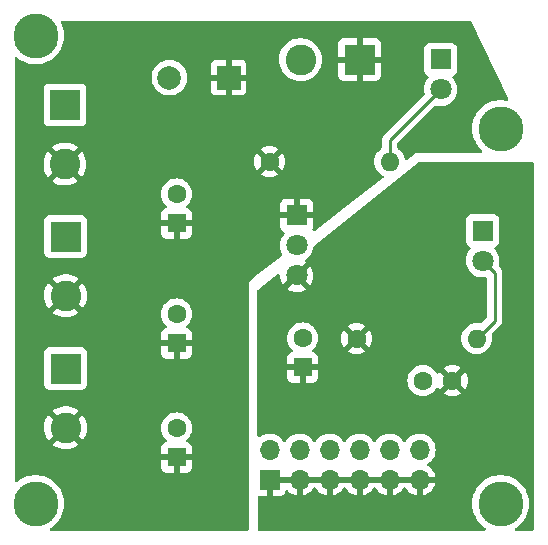
<source format=gbr>
%TF.GenerationSoftware,KiCad,Pcbnew,(6.0.6)*%
%TF.CreationDate,2022-09-23T17:59:27-07:00*%
%TF.ProjectId,POWER_BOARD,504f5745-525f-4424-9f41-52442e6b6963,rev?*%
%TF.SameCoordinates,Original*%
%TF.FileFunction,Copper,L1,Top*%
%TF.FilePolarity,Positive*%
%FSLAX46Y46*%
G04 Gerber Fmt 4.6, Leading zero omitted, Abs format (unit mm)*
G04 Created by KiCad (PCBNEW (6.0.6)) date 2022-09-23 17:59:27*
%MOMM*%
%LPD*%
G01*
G04 APERTURE LIST*
%TA.AperFunction,ComponentPad*%
%ADD10R,1.700000X1.700000*%
%TD*%
%TA.AperFunction,ComponentPad*%
%ADD11O,1.700000X1.700000*%
%TD*%
%TA.AperFunction,ComponentPad*%
%ADD12C,3.800000*%
%TD*%
%TA.AperFunction,ComponentPad*%
%ADD13C,2.600000*%
%TD*%
%TA.AperFunction,ComponentPad*%
%ADD14R,2.600000X2.600000*%
%TD*%
%TA.AperFunction,ComponentPad*%
%ADD15R,1.800000X1.800000*%
%TD*%
%TA.AperFunction,ComponentPad*%
%ADD16C,1.800000*%
%TD*%
%TA.AperFunction,ComponentPad*%
%ADD17C,1.600000*%
%TD*%
%TA.AperFunction,ComponentPad*%
%ADD18O,1.600000X1.600000*%
%TD*%
%TA.AperFunction,ComponentPad*%
%ADD19R,1.600000X1.600000*%
%TD*%
%TA.AperFunction,ComponentPad*%
%ADD20R,2.000000X2.000000*%
%TD*%
%TA.AperFunction,ComponentPad*%
%ADD21C,2.000000*%
%TD*%
%TA.AperFunction,Conductor*%
%ADD22C,0.254000*%
%TD*%
G04 APERTURE END LIST*
D10*
%TO.P,J6,1,Pin_1*%
%TO.N,+5V*%
X69088000Y-93985000D03*
D11*
%TO.P,J6,2,Pin_2*%
%TO.N,GND*%
X69088000Y-91445000D03*
%TO.P,J6,3,Pin_3*%
%TO.N,+5V*%
X71628000Y-93985000D03*
%TO.P,J6,4,Pin_4*%
%TO.N,GND*%
X71628000Y-91445000D03*
%TO.P,J6,5,Pin_5*%
%TO.N,+5V*%
X74168000Y-93985000D03*
%TO.P,J6,6,Pin_6*%
%TO.N,GND*%
X74168000Y-91445000D03*
%TO.P,J6,7,Pin_7*%
%TO.N,+5V*%
X76708000Y-93985000D03*
%TO.P,J6,8,Pin_8*%
%TO.N,GND*%
X76708000Y-91445000D03*
%TO.P,J6,9,Pin_9*%
%TO.N,+5V*%
X79248000Y-93985000D03*
%TO.P,J6,10,Pin_10*%
%TO.N,GND*%
X79248000Y-91445000D03*
%TO.P,J6,11,Pin_11*%
%TO.N,+5V*%
X81788000Y-93985000D03*
%TO.P,J6,12,Pin_12*%
%TO.N,GND*%
X81788000Y-91445000D03*
%TD*%
D12*
%TO.P,H4,1,1*%
%TO.N,GND*%
X49276000Y-56388000D03*
%TD*%
%TO.P,H3,1,1*%
%TO.N,GND*%
X49276000Y-96012000D03*
%TD*%
%TO.P,H2,1,1*%
%TO.N,GND*%
X88646000Y-64262000D03*
%TD*%
%TO.P,H1,1,1*%
%TO.N,GND*%
X88646000Y-96012000D03*
%TD*%
D13*
%TO.P,J3,2,Pin_2*%
%TO.N,+12V*%
X51765000Y-67270000D03*
D14*
%TO.P,J3,1,Pin_1*%
%TO.N,GND*%
X51765000Y-62270000D03*
%TD*%
D15*
%TO.P,U1,1,IN*%
%TO.N,+12V*%
X71374000Y-71623000D03*
D16*
%TO.P,U1,2,GND*%
%TO.N,GND*%
X71374000Y-74163000D03*
%TO.P,U1,3,OUT*%
%TO.N,+5V*%
X71374000Y-76703000D03*
%TD*%
D17*
%TO.P,R2,1*%
%TO.N,+5V*%
X76454000Y-82042000D03*
D18*
%TO.P,R2,2*%
%TO.N,Net-(D2-Pad2)*%
X86614000Y-82042000D03*
%TD*%
D17*
%TO.P,R1,1*%
%TO.N,+12V*%
X69088000Y-67056000D03*
D18*
%TO.P,R1,2*%
%TO.N,Net-(D1-Pad2)*%
X79248000Y-67056000D03*
%TD*%
D13*
%TO.P,J4,2,Pin_2*%
%TO.N,GND*%
X71708000Y-58420000D03*
D14*
%TO.P,J4,1,Pin_1*%
%TO.N,+12V*%
X76708000Y-58420000D03*
%TD*%
D13*
%TO.P,J2,2,Pin_2*%
%TO.N,+12V*%
X51816000Y-89582000D03*
D14*
%TO.P,J2,1,Pin_1*%
%TO.N,GND*%
X51816000Y-84582000D03*
%TD*%
%TO.P,J1,1,Pin_1*%
%TO.N,GND*%
X51816000Y-73406000D03*
D13*
%TO.P,J1,2,Pin_2*%
%TO.N,+12V*%
X51816000Y-78406000D03*
%TD*%
D15*
%TO.P,D2,1,K*%
%TO.N,GND*%
X87122000Y-72898000D03*
D16*
%TO.P,D2,2,A*%
%TO.N,Net-(D2-Pad2)*%
X87122000Y-75438000D03*
%TD*%
D15*
%TO.P,D1,1,K*%
%TO.N,GND*%
X83566000Y-58415000D03*
D16*
%TO.P,D1,2,A*%
%TO.N,Net-(D1-Pad2)*%
X83566000Y-60955000D03*
%TD*%
D17*
%TO.P,C6,1*%
%TO.N,GND*%
X82062000Y-85598000D03*
%TO.P,C6,2*%
%TO.N,+5V*%
X84562000Y-85598000D03*
%TD*%
%TO.P,C5,2*%
%TO.N,GND*%
X71882000Y-81994380D03*
D19*
%TO.P,C5,1*%
%TO.N,+5V*%
X71882000Y-84494380D03*
%TD*%
D20*
%TO.P,C4,1*%
%TO.N,+12V*%
X65613677Y-59944000D03*
D21*
%TO.P,C4,2*%
%TO.N,GND*%
X60613677Y-59944000D03*
%TD*%
D19*
%TO.P,C3,1*%
%TO.N,+12V*%
X61214000Y-92114380D03*
D17*
%TO.P,C3,2*%
%TO.N,GND*%
X61214000Y-89614380D03*
%TD*%
%TO.P,C2,2*%
%TO.N,GND*%
X61214000Y-79962380D03*
D19*
%TO.P,C2,1*%
%TO.N,+12V*%
X61214000Y-82462380D03*
%TD*%
D17*
%TO.P,C1,2*%
%TO.N,GND*%
X61214000Y-69802380D03*
D19*
%TO.P,C1,1*%
%TO.N,+12V*%
X61214000Y-72302380D03*
%TD*%
D22*
%TO.N,Net-(D2-Pad2)*%
X88138000Y-80518000D02*
X88138000Y-76454000D01*
X88138000Y-76454000D02*
X87122000Y-75438000D01*
X86614000Y-82042000D02*
X88138000Y-80518000D01*
%TO.N,Net-(D1-Pad2)*%
X79248000Y-65273000D02*
X83566000Y-60955000D01*
X79248000Y-67056000D02*
X79248000Y-65273000D01*
%TD*%
%TA.AperFunction,Conductor*%
%TO.N,+12V*%
G36*
X58213902Y-55117965D02*
G01*
X86026521Y-55118000D01*
X86094642Y-55138002D01*
X86140234Y-55189728D01*
X89256241Y-61718506D01*
X89267531Y-61788599D01*
X89239133Y-61853669D01*
X89180065Y-61893057D01*
X89111193Y-61894820D01*
X89098200Y-61891484D01*
X88797530Y-61853500D01*
X88494470Y-61853500D01*
X88193800Y-61891484D01*
X87900261Y-61966851D01*
X87896592Y-61968304D01*
X87896591Y-61968304D01*
X87622157Y-62076960D01*
X87622152Y-62076962D01*
X87618483Y-62078415D01*
X87352910Y-62224416D01*
X87107729Y-62402550D01*
X86886808Y-62610008D01*
X86693630Y-62843520D01*
X86531242Y-63099402D01*
X86402206Y-63373619D01*
X86308555Y-63661846D01*
X86251767Y-63959538D01*
X86232738Y-64262000D01*
X86251767Y-64564462D01*
X86308555Y-64862154D01*
X86338466Y-64954209D01*
X86383982Y-65094292D01*
X86402206Y-65150381D01*
X86531242Y-65424598D01*
X86693630Y-65680480D01*
X86696149Y-65683525D01*
X86696152Y-65683529D01*
X86714525Y-65705738D01*
X86886808Y-65913992D01*
X86889695Y-65916703D01*
X87059489Y-66076150D01*
X87095454Y-66137363D01*
X87092617Y-66208302D01*
X87051876Y-66266447D01*
X86986168Y-66293335D01*
X86973236Y-66294000D01*
X81534000Y-66294000D01*
X81522785Y-66302612D01*
X81522784Y-66302612D01*
X80741299Y-66902681D01*
X80675088Y-66928304D01*
X80605534Y-66914062D01*
X80554721Y-66864478D01*
X80541643Y-66827886D01*
X80541543Y-66827913D01*
X80541214Y-66826684D01*
X80541213Y-66826681D01*
X80504693Y-66690389D01*
X80483707Y-66612067D01*
X80483706Y-66612065D01*
X80482284Y-66606757D01*
X80459152Y-66557149D01*
X80387849Y-66404238D01*
X80387846Y-66404233D01*
X80385523Y-66399251D01*
X80282750Y-66252476D01*
X80257357Y-66216211D01*
X80257355Y-66216208D01*
X80254198Y-66211700D01*
X80092300Y-66049802D01*
X80087792Y-66046645D01*
X80087789Y-66046643D01*
X79961920Y-65958509D01*
X79937229Y-65941220D01*
X79892901Y-65885763D01*
X79883500Y-65838007D01*
X79883500Y-65588422D01*
X79903502Y-65520301D01*
X79920405Y-65499327D01*
X83070498Y-62349234D01*
X83132810Y-62315208D01*
X83184713Y-62314858D01*
X83275509Y-62333330D01*
X83398656Y-62358385D01*
X83529324Y-62363176D01*
X83624949Y-62366683D01*
X83624953Y-62366683D01*
X83630113Y-62366872D01*
X83635233Y-62366216D01*
X83635235Y-62366216D01*
X83708270Y-62356860D01*
X83859847Y-62337442D01*
X83864795Y-62335957D01*
X83864802Y-62335956D01*
X84076747Y-62272369D01*
X84081690Y-62270886D01*
X84086324Y-62268616D01*
X84285049Y-62171262D01*
X84285052Y-62171260D01*
X84289684Y-62168991D01*
X84478243Y-62034494D01*
X84642303Y-61871005D01*
X84654525Y-61853997D01*
X84701518Y-61788599D01*
X84777458Y-61682917D01*
X84880078Y-61475280D01*
X84947408Y-61253671D01*
X84977640Y-61024041D01*
X84979327Y-60955000D01*
X84969331Y-60833416D01*
X84960773Y-60729318D01*
X84960772Y-60729312D01*
X84960349Y-60724167D01*
X84929502Y-60601358D01*
X84905184Y-60504544D01*
X84905183Y-60504540D01*
X84903925Y-60499533D01*
X84901866Y-60494797D01*
X84813630Y-60291868D01*
X84813628Y-60291865D01*
X84811570Y-60287131D01*
X84685764Y-60092665D01*
X84629200Y-60030502D01*
X84595848Y-59993848D01*
X84564796Y-59930002D01*
X84573192Y-59859504D01*
X84618369Y-59804736D01*
X84644812Y-59791067D01*
X84704297Y-59768767D01*
X84712705Y-59765615D01*
X84829261Y-59678261D01*
X84916615Y-59561705D01*
X84967745Y-59425316D01*
X84974500Y-59363134D01*
X84974500Y-57466866D01*
X84967745Y-57404684D01*
X84916615Y-57268295D01*
X84829261Y-57151739D01*
X84712705Y-57064385D01*
X84576316Y-57013255D01*
X84514134Y-57006500D01*
X82617866Y-57006500D01*
X82555684Y-57013255D01*
X82419295Y-57064385D01*
X82302739Y-57151739D01*
X82215385Y-57268295D01*
X82164255Y-57404684D01*
X82157500Y-57466866D01*
X82157500Y-59363134D01*
X82164255Y-59425316D01*
X82215385Y-59561705D01*
X82302739Y-59678261D01*
X82419295Y-59765615D01*
X82427704Y-59768767D01*
X82427705Y-59768768D01*
X82487164Y-59791058D01*
X82543929Y-59833699D01*
X82568629Y-59900261D01*
X82553422Y-59969609D01*
X82534029Y-59996091D01*
X82467639Y-60065564D01*
X82464725Y-60069836D01*
X82464724Y-60069837D01*
X82449152Y-60092665D01*
X82337119Y-60256899D01*
X82239602Y-60466981D01*
X82177707Y-60690169D01*
X82153095Y-60920469D01*
X82153392Y-60925622D01*
X82153392Y-60925625D01*
X82166129Y-61146529D01*
X82166427Y-61151697D01*
X82167564Y-61156743D01*
X82167565Y-61156749D01*
X82207103Y-61332190D01*
X82202567Y-61403042D01*
X82173281Y-61448986D01*
X78854517Y-64767750D01*
X78846191Y-64775326D01*
X78839697Y-64779447D01*
X78834274Y-64785222D01*
X78792915Y-64829265D01*
X78790160Y-64832107D01*
X78770361Y-64851906D01*
X78767937Y-64855031D01*
X78767929Y-64855040D01*
X78767863Y-64855126D01*
X78760155Y-64864151D01*
X78729783Y-64896494D01*
X78725965Y-64903438D01*
X78725964Y-64903440D01*
X78719978Y-64914329D01*
X78709127Y-64930847D01*
X78696650Y-64946933D01*
X78679024Y-64987666D01*
X78673807Y-64998314D01*
X78652431Y-65037197D01*
X78650460Y-65044872D01*
X78650458Y-65044878D01*
X78647369Y-65056911D01*
X78640966Y-65075613D01*
X78632883Y-65094292D01*
X78631644Y-65102117D01*
X78625940Y-65138127D01*
X78623535Y-65149740D01*
X78612500Y-65192718D01*
X78612500Y-65213065D01*
X78610949Y-65232776D01*
X78607765Y-65252879D01*
X78608511Y-65260771D01*
X78611941Y-65297056D01*
X78612500Y-65308914D01*
X78612500Y-65838007D01*
X78592498Y-65906128D01*
X78558772Y-65941219D01*
X78534080Y-65958509D01*
X78408211Y-66046643D01*
X78408208Y-66046645D01*
X78403700Y-66049802D01*
X78241802Y-66211700D01*
X78238645Y-66216208D01*
X78238643Y-66216211D01*
X78213250Y-66252476D01*
X78110477Y-66399251D01*
X78108154Y-66404233D01*
X78108151Y-66404238D01*
X78036848Y-66557149D01*
X78013716Y-66606757D01*
X78012294Y-66612065D01*
X78012293Y-66612067D01*
X77991307Y-66690389D01*
X77954457Y-66827913D01*
X77934502Y-67056000D01*
X77954457Y-67284087D01*
X77955881Y-67289400D01*
X77955881Y-67289402D01*
X77993025Y-67428022D01*
X78013716Y-67505243D01*
X78016039Y-67510224D01*
X78016039Y-67510225D01*
X78108151Y-67707762D01*
X78108154Y-67707767D01*
X78110477Y-67712749D01*
X78149312Y-67768211D01*
X78237650Y-67894370D01*
X78241802Y-67900300D01*
X78403700Y-68062198D01*
X78408208Y-68065355D01*
X78408211Y-68065357D01*
X78486389Y-68120098D01*
X78591251Y-68193523D01*
X78596236Y-68195847D01*
X78596242Y-68195851D01*
X78694900Y-68241855D01*
X78748186Y-68288772D01*
X78767647Y-68357049D01*
X78747106Y-68425009D01*
X78718388Y-68455987D01*
X75427704Y-70982763D01*
X72921236Y-72907372D01*
X72855026Y-72932995D01*
X72785472Y-72918753D01*
X72734659Y-72869169D01*
X72718720Y-72799984D01*
X72726518Y-72763206D01*
X72772478Y-72640609D01*
X72776105Y-72625351D01*
X72781631Y-72574486D01*
X72782000Y-72567672D01*
X72782000Y-71895115D01*
X72777525Y-71879876D01*
X72776135Y-71878671D01*
X72768452Y-71877000D01*
X69984116Y-71877000D01*
X69968877Y-71881475D01*
X69967672Y-71882865D01*
X69966001Y-71890548D01*
X69966001Y-72567669D01*
X69966371Y-72574490D01*
X69971895Y-72625352D01*
X69975521Y-72640604D01*
X70020676Y-72761054D01*
X70029214Y-72776649D01*
X70105715Y-72878724D01*
X70118276Y-72891285D01*
X70220351Y-72967786D01*
X70235946Y-72976324D01*
X70295540Y-72998665D01*
X70352304Y-73041307D01*
X70377004Y-73107868D01*
X70361796Y-73177217D01*
X70342404Y-73203698D01*
X70275639Y-73273564D01*
X70145119Y-73464899D01*
X70047602Y-73674981D01*
X69985707Y-73898169D01*
X69961095Y-74128469D01*
X69961392Y-74133622D01*
X69961392Y-74133625D01*
X69963086Y-74163000D01*
X69974427Y-74359697D01*
X69975564Y-74364743D01*
X69975565Y-74364749D01*
X69997408Y-74461671D01*
X70025346Y-74585642D01*
X70027288Y-74590424D01*
X70027289Y-74590428D01*
X70095143Y-74757531D01*
X70112484Y-74800237D01*
X70115183Y-74804641D01*
X70163179Y-74882964D01*
X70181717Y-74951498D01*
X70160260Y-75019175D01*
X70132483Y-75048736D01*
X68126688Y-76588900D01*
X67310000Y-77216000D01*
X67310000Y-98172000D01*
X67289998Y-98240121D01*
X67236342Y-98286614D01*
X67184000Y-98298000D01*
X50607960Y-98298000D01*
X50539839Y-98277998D01*
X50493346Y-98224342D01*
X50483242Y-98154068D01*
X50512736Y-98089488D01*
X50547257Y-98061587D01*
X50569090Y-98049584D01*
X50814271Y-97871450D01*
X51035192Y-97663992D01*
X51228370Y-97430480D01*
X51390758Y-97174598D01*
X51519794Y-96900381D01*
X51613445Y-96612154D01*
X51670233Y-96314462D01*
X51689262Y-96012000D01*
X51670233Y-95709538D01*
X51613445Y-95411846D01*
X51544047Y-95198261D01*
X51521020Y-95127392D01*
X51521020Y-95127391D01*
X51519794Y-95123619D01*
X51390758Y-94849402D01*
X51228370Y-94593520D01*
X51035192Y-94360008D01*
X50814271Y-94152550D01*
X50569090Y-93974416D01*
X50303517Y-93828415D01*
X50299848Y-93826962D01*
X50299843Y-93826960D01*
X50025409Y-93718304D01*
X50025408Y-93718304D01*
X50021739Y-93716851D01*
X49728200Y-93641484D01*
X49427530Y-93603500D01*
X49124470Y-93603500D01*
X48823800Y-93641484D01*
X48530261Y-93716851D01*
X48526592Y-93718304D01*
X48526591Y-93718304D01*
X48252157Y-93826960D01*
X48252152Y-93826962D01*
X48248483Y-93828415D01*
X47982910Y-93974416D01*
X47737729Y-94152550D01*
X47710251Y-94178354D01*
X47646903Y-94210403D01*
X47576282Y-94203117D01*
X47520810Y-94158806D01*
X47498000Y-94086502D01*
X47498000Y-92959049D01*
X59906001Y-92959049D01*
X59906371Y-92965870D01*
X59911895Y-93016732D01*
X59915521Y-93031984D01*
X59960676Y-93152434D01*
X59969214Y-93168029D01*
X60045715Y-93270104D01*
X60058276Y-93282665D01*
X60160351Y-93359166D01*
X60175946Y-93367704D01*
X60296394Y-93412858D01*
X60311649Y-93416485D01*
X60362514Y-93422011D01*
X60369328Y-93422380D01*
X60941885Y-93422380D01*
X60957124Y-93417905D01*
X60958329Y-93416515D01*
X60960000Y-93408832D01*
X60960000Y-93404264D01*
X61468000Y-93404264D01*
X61472475Y-93419503D01*
X61473865Y-93420708D01*
X61481548Y-93422379D01*
X62058669Y-93422379D01*
X62065490Y-93422009D01*
X62116352Y-93416485D01*
X62131604Y-93412859D01*
X62252054Y-93367704D01*
X62267649Y-93359166D01*
X62369724Y-93282665D01*
X62382285Y-93270104D01*
X62458786Y-93168029D01*
X62467324Y-93152434D01*
X62512478Y-93031986D01*
X62516105Y-93016731D01*
X62521631Y-92965866D01*
X62522000Y-92959052D01*
X62522000Y-92386495D01*
X62517525Y-92371256D01*
X62516135Y-92370051D01*
X62508452Y-92368380D01*
X61486115Y-92368380D01*
X61470876Y-92372855D01*
X61469671Y-92374245D01*
X61468000Y-92381928D01*
X61468000Y-93404264D01*
X60960000Y-93404264D01*
X60960000Y-92386495D01*
X60955525Y-92371256D01*
X60954135Y-92370051D01*
X60946452Y-92368380D01*
X59924116Y-92368380D01*
X59908877Y-92372855D01*
X59907672Y-92374245D01*
X59906001Y-92381928D01*
X59906001Y-92959049D01*
X47498000Y-92959049D01*
X47498000Y-91026906D01*
X50735839Y-91026906D01*
X50744553Y-91038427D01*
X50851452Y-91116809D01*
X50859351Y-91121745D01*
X51088905Y-91242519D01*
X51097454Y-91246236D01*
X51342327Y-91331749D01*
X51351336Y-91334163D01*
X51606166Y-91382544D01*
X51615423Y-91383598D01*
X51874607Y-91393783D01*
X51883921Y-91393457D01*
X52141753Y-91365220D01*
X52150930Y-91363519D01*
X52401758Y-91297481D01*
X52410574Y-91294445D01*
X52648880Y-91192062D01*
X52657167Y-91187748D01*
X52877718Y-91051266D01*
X52885268Y-91045780D01*
X52890559Y-91041301D01*
X52898997Y-91028497D01*
X52892935Y-91018145D01*
X51828812Y-89954022D01*
X51814868Y-89946408D01*
X51813035Y-89946539D01*
X51806420Y-89950790D01*
X50742497Y-91014713D01*
X50735839Y-91026906D01*
X47498000Y-91026906D01*
X47498000Y-89539211D01*
X50003775Y-89539211D01*
X50016220Y-89798288D01*
X50017356Y-89807543D01*
X50067961Y-90061945D01*
X50070449Y-90070917D01*
X50158095Y-90315033D01*
X50161895Y-90323568D01*
X50284658Y-90552042D01*
X50289666Y-90559904D01*
X50359720Y-90653716D01*
X50370979Y-90662165D01*
X50383397Y-90655393D01*
X51443978Y-89594812D01*
X51450356Y-89583132D01*
X52180408Y-89583132D01*
X52180539Y-89584965D01*
X52184790Y-89591580D01*
X53252094Y-90658884D01*
X53264474Y-90665644D01*
X53272815Y-90659400D01*
X53406832Y-90451048D01*
X53411275Y-90442864D01*
X53517807Y-90206370D01*
X53520997Y-90197605D01*
X53591402Y-89947972D01*
X53593262Y-89938830D01*
X53626187Y-89680019D01*
X53626668Y-89673733D01*
X53628222Y-89614380D01*
X59900502Y-89614380D01*
X59920457Y-89842467D01*
X59921881Y-89847780D01*
X59921881Y-89847782D01*
X59946278Y-89938830D01*
X59979716Y-90063623D01*
X59982039Y-90068604D01*
X59982039Y-90068605D01*
X60074151Y-90266142D01*
X60074154Y-90266147D01*
X60076477Y-90271129D01*
X60149902Y-90375991D01*
X60184664Y-90425635D01*
X60207802Y-90458680D01*
X60353922Y-90604800D01*
X60387948Y-90667112D01*
X60382883Y-90737927D01*
X60340336Y-90794763D01*
X60303394Y-90812063D01*
X60303793Y-90813128D01*
X60175946Y-90861056D01*
X60160351Y-90869594D01*
X60058276Y-90946095D01*
X60045715Y-90958656D01*
X59969214Y-91060731D01*
X59960676Y-91076326D01*
X59915522Y-91196774D01*
X59911895Y-91212029D01*
X59906369Y-91262894D01*
X59906000Y-91269708D01*
X59906000Y-91842265D01*
X59910475Y-91857504D01*
X59911865Y-91858709D01*
X59919548Y-91860380D01*
X62503884Y-91860380D01*
X62519123Y-91855905D01*
X62520328Y-91854515D01*
X62521999Y-91846832D01*
X62521999Y-91269711D01*
X62521629Y-91262890D01*
X62516105Y-91212028D01*
X62512479Y-91196776D01*
X62467324Y-91076326D01*
X62458786Y-91060731D01*
X62382285Y-90958656D01*
X62369724Y-90946095D01*
X62267649Y-90869594D01*
X62252054Y-90861056D01*
X62124207Y-90813128D01*
X62124904Y-90811268D01*
X62072372Y-90781249D01*
X62039558Y-90718290D01*
X62045992Y-90647586D01*
X62074079Y-90604799D01*
X62220198Y-90458680D01*
X62243337Y-90425635D01*
X62278098Y-90375991D01*
X62351523Y-90271129D01*
X62353846Y-90266147D01*
X62353849Y-90266142D01*
X62445961Y-90068605D01*
X62445961Y-90068604D01*
X62448284Y-90063623D01*
X62481723Y-89938830D01*
X62506119Y-89847782D01*
X62506119Y-89847780D01*
X62507543Y-89842467D01*
X62527498Y-89614380D01*
X62507543Y-89386293D01*
X62506119Y-89380978D01*
X62449707Y-89170447D01*
X62449706Y-89170445D01*
X62448284Y-89165137D01*
X62397611Y-89056467D01*
X62353849Y-88962618D01*
X62353846Y-88962613D01*
X62351523Y-88957631D01*
X62220198Y-88770080D01*
X62058300Y-88608182D01*
X62053792Y-88605025D01*
X62053789Y-88605023D01*
X61940298Y-88525556D01*
X61870749Y-88476857D01*
X61865767Y-88474534D01*
X61865762Y-88474531D01*
X61668225Y-88382419D01*
X61668224Y-88382419D01*
X61663243Y-88380096D01*
X61657935Y-88378674D01*
X61657933Y-88378673D01*
X61447402Y-88322261D01*
X61447400Y-88322261D01*
X61442087Y-88320837D01*
X61214000Y-88300882D01*
X60985913Y-88320837D01*
X60980600Y-88322261D01*
X60980598Y-88322261D01*
X60770067Y-88378673D01*
X60770065Y-88378674D01*
X60764757Y-88380096D01*
X60759776Y-88382419D01*
X60759775Y-88382419D01*
X60562238Y-88474531D01*
X60562233Y-88474534D01*
X60557251Y-88476857D01*
X60487702Y-88525556D01*
X60374211Y-88605023D01*
X60374208Y-88605025D01*
X60369700Y-88608182D01*
X60207802Y-88770080D01*
X60076477Y-88957631D01*
X60074154Y-88962613D01*
X60074151Y-88962618D01*
X60030389Y-89056467D01*
X59979716Y-89165137D01*
X59978294Y-89170445D01*
X59978293Y-89170447D01*
X59921881Y-89380978D01*
X59920457Y-89386293D01*
X59900502Y-89614380D01*
X53628222Y-89614380D01*
X53628987Y-89585160D01*
X53628836Y-89578851D01*
X53609501Y-89318663D01*
X53608125Y-89309457D01*
X53550878Y-89056467D01*
X53548154Y-89047556D01*
X53454143Y-88805806D01*
X53450132Y-88797397D01*
X53321422Y-88572202D01*
X53316211Y-88564476D01*
X53272996Y-88509658D01*
X53261071Y-88501187D01*
X53249537Y-88507673D01*
X52188022Y-89569188D01*
X52180408Y-89583132D01*
X51450356Y-89583132D01*
X51451592Y-89580868D01*
X51451461Y-89579035D01*
X51447210Y-89572420D01*
X50381816Y-88507026D01*
X50368507Y-88499758D01*
X50358472Y-88506878D01*
X50342937Y-88525556D01*
X50337531Y-88533135D01*
X50202965Y-88754891D01*
X50198736Y-88763192D01*
X50098432Y-89002389D01*
X50095471Y-89011239D01*
X50031628Y-89262625D01*
X50030006Y-89271822D01*
X50004020Y-89529885D01*
X50003775Y-89539211D01*
X47498000Y-89539211D01*
X47498000Y-88134689D01*
X50733102Y-88134689D01*
X50737675Y-88144465D01*
X51803188Y-89209978D01*
X51817132Y-89217592D01*
X51818965Y-89217461D01*
X51825580Y-89213210D01*
X52890349Y-88148441D01*
X52896733Y-88136751D01*
X52887321Y-88124641D01*
X52740045Y-88022471D01*
X52732010Y-88017738D01*
X52499376Y-87903016D01*
X52490743Y-87899528D01*
X52243703Y-87820450D01*
X52234643Y-87818274D01*
X51978630Y-87776580D01*
X51969343Y-87775768D01*
X51709992Y-87772373D01*
X51700681Y-87772943D01*
X51443682Y-87807919D01*
X51434546Y-87809860D01*
X51185543Y-87882439D01*
X51176800Y-87885707D01*
X50941252Y-87994296D01*
X50933097Y-87998816D01*
X50742240Y-88123947D01*
X50733102Y-88134689D01*
X47498000Y-88134689D01*
X47498000Y-85930134D01*
X50007500Y-85930134D01*
X50014255Y-85992316D01*
X50065385Y-86128705D01*
X50152739Y-86245261D01*
X50269295Y-86332615D01*
X50405684Y-86383745D01*
X50467866Y-86390500D01*
X53164134Y-86390500D01*
X53226316Y-86383745D01*
X53362705Y-86332615D01*
X53479261Y-86245261D01*
X53566615Y-86128705D01*
X53617745Y-85992316D01*
X53624500Y-85930134D01*
X53624500Y-83307049D01*
X59906001Y-83307049D01*
X59906371Y-83313870D01*
X59911895Y-83364732D01*
X59915521Y-83379984D01*
X59960676Y-83500434D01*
X59969214Y-83516029D01*
X60045715Y-83618104D01*
X60058276Y-83630665D01*
X60160351Y-83707166D01*
X60175946Y-83715704D01*
X60296394Y-83760858D01*
X60311649Y-83764485D01*
X60362514Y-83770011D01*
X60369328Y-83770380D01*
X60941885Y-83770380D01*
X60957124Y-83765905D01*
X60958329Y-83764515D01*
X60960000Y-83756832D01*
X60960000Y-83752264D01*
X61468000Y-83752264D01*
X61472475Y-83767503D01*
X61473865Y-83768708D01*
X61481548Y-83770379D01*
X62058669Y-83770379D01*
X62065490Y-83770009D01*
X62116352Y-83764485D01*
X62131604Y-83760859D01*
X62252054Y-83715704D01*
X62267649Y-83707166D01*
X62369724Y-83630665D01*
X62382285Y-83618104D01*
X62458786Y-83516029D01*
X62467324Y-83500434D01*
X62512478Y-83379986D01*
X62516105Y-83364731D01*
X62521631Y-83313866D01*
X62522000Y-83307052D01*
X62522000Y-82734495D01*
X62517525Y-82719256D01*
X62516135Y-82718051D01*
X62508452Y-82716380D01*
X61486115Y-82716380D01*
X61470876Y-82720855D01*
X61469671Y-82722245D01*
X61468000Y-82729928D01*
X61468000Y-83752264D01*
X60960000Y-83752264D01*
X60960000Y-82734495D01*
X60955525Y-82719256D01*
X60954135Y-82718051D01*
X60946452Y-82716380D01*
X59924116Y-82716380D01*
X59908877Y-82720855D01*
X59907672Y-82722245D01*
X59906001Y-82729928D01*
X59906001Y-83307049D01*
X53624500Y-83307049D01*
X53624500Y-83233866D01*
X53617745Y-83171684D01*
X53566615Y-83035295D01*
X53479261Y-82918739D01*
X53362705Y-82831385D01*
X53226316Y-82780255D01*
X53164134Y-82773500D01*
X50467866Y-82773500D01*
X50405684Y-82780255D01*
X50269295Y-82831385D01*
X50152739Y-82918739D01*
X50065385Y-83035295D01*
X50014255Y-83171684D01*
X50007500Y-83233866D01*
X50007500Y-85930134D01*
X47498000Y-85930134D01*
X47498000Y-79850906D01*
X50735839Y-79850906D01*
X50744553Y-79862427D01*
X50851452Y-79940809D01*
X50859351Y-79945745D01*
X51088905Y-80066519D01*
X51097454Y-80070236D01*
X51342327Y-80155749D01*
X51351336Y-80158163D01*
X51606166Y-80206544D01*
X51615423Y-80207598D01*
X51874607Y-80217783D01*
X51883921Y-80217457D01*
X52141753Y-80189220D01*
X52150930Y-80187519D01*
X52401758Y-80121481D01*
X52410574Y-80118445D01*
X52648880Y-80016062D01*
X52657167Y-80011748D01*
X52736944Y-79962380D01*
X59900502Y-79962380D01*
X59920457Y-80190467D01*
X59979716Y-80411623D01*
X59982039Y-80416604D01*
X59982039Y-80416605D01*
X60074151Y-80614142D01*
X60074154Y-80614147D01*
X60076477Y-80619129D01*
X60207802Y-80806680D01*
X60353922Y-80952800D01*
X60387948Y-81015112D01*
X60382883Y-81085927D01*
X60340336Y-81142763D01*
X60303394Y-81160063D01*
X60303793Y-81161128D01*
X60175946Y-81209056D01*
X60160351Y-81217594D01*
X60058276Y-81294095D01*
X60045715Y-81306656D01*
X59969214Y-81408731D01*
X59960676Y-81424326D01*
X59915522Y-81544774D01*
X59911895Y-81560029D01*
X59906369Y-81610894D01*
X59906000Y-81617708D01*
X59906000Y-82190265D01*
X59910475Y-82205504D01*
X59911865Y-82206709D01*
X59919548Y-82208380D01*
X62503884Y-82208380D01*
X62519123Y-82203905D01*
X62520328Y-82202515D01*
X62521999Y-82194832D01*
X62521999Y-81617711D01*
X62521629Y-81610890D01*
X62516105Y-81560028D01*
X62512479Y-81544776D01*
X62467324Y-81424326D01*
X62458786Y-81408731D01*
X62382285Y-81306656D01*
X62369724Y-81294095D01*
X62267649Y-81217594D01*
X62252054Y-81209056D01*
X62124207Y-81161128D01*
X62124904Y-81159268D01*
X62072372Y-81129249D01*
X62039558Y-81066290D01*
X62045992Y-80995586D01*
X62074079Y-80952799D01*
X62220198Y-80806680D01*
X62351523Y-80619129D01*
X62353846Y-80614147D01*
X62353849Y-80614142D01*
X62445961Y-80416605D01*
X62445961Y-80416604D01*
X62448284Y-80411623D01*
X62507543Y-80190467D01*
X62527498Y-79962380D01*
X62507543Y-79734293D01*
X62448284Y-79513137D01*
X62384356Y-79376042D01*
X62353849Y-79310618D01*
X62353846Y-79310613D01*
X62351523Y-79305631D01*
X62240846Y-79147568D01*
X62223357Y-79122591D01*
X62223355Y-79122588D01*
X62220198Y-79118080D01*
X62058300Y-78956182D01*
X62053792Y-78953025D01*
X62053789Y-78953023D01*
X61957991Y-78885945D01*
X61870749Y-78824857D01*
X61865767Y-78822534D01*
X61865762Y-78822531D01*
X61668225Y-78730419D01*
X61668224Y-78730419D01*
X61663243Y-78728096D01*
X61657935Y-78726674D01*
X61657933Y-78726673D01*
X61447402Y-78670261D01*
X61447400Y-78670261D01*
X61442087Y-78668837D01*
X61214000Y-78648882D01*
X60985913Y-78668837D01*
X60980600Y-78670261D01*
X60980598Y-78670261D01*
X60770067Y-78726673D01*
X60770065Y-78726674D01*
X60764757Y-78728096D01*
X60759776Y-78730419D01*
X60759775Y-78730419D01*
X60562238Y-78822531D01*
X60562233Y-78822534D01*
X60557251Y-78824857D01*
X60470009Y-78885945D01*
X60374211Y-78953023D01*
X60374208Y-78953025D01*
X60369700Y-78956182D01*
X60207802Y-79118080D01*
X60204645Y-79122588D01*
X60204643Y-79122591D01*
X60187154Y-79147568D01*
X60076477Y-79305631D01*
X60074154Y-79310613D01*
X60074151Y-79310618D01*
X60043644Y-79376042D01*
X59979716Y-79513137D01*
X59920457Y-79734293D01*
X59900502Y-79962380D01*
X52736944Y-79962380D01*
X52877718Y-79875266D01*
X52885268Y-79869780D01*
X52890559Y-79865301D01*
X52898997Y-79852497D01*
X52892935Y-79842145D01*
X51828812Y-78778022D01*
X51814868Y-78770408D01*
X51813035Y-78770539D01*
X51806420Y-78774790D01*
X50742497Y-79838713D01*
X50735839Y-79850906D01*
X47498000Y-79850906D01*
X47498000Y-78363211D01*
X50003775Y-78363211D01*
X50016220Y-78622288D01*
X50017356Y-78631543D01*
X50067961Y-78885945D01*
X50070449Y-78894917D01*
X50158095Y-79139033D01*
X50161895Y-79147568D01*
X50284658Y-79376042D01*
X50289666Y-79383904D01*
X50359720Y-79477716D01*
X50370979Y-79486165D01*
X50383397Y-79479393D01*
X51443978Y-78418812D01*
X51450356Y-78407132D01*
X52180408Y-78407132D01*
X52180539Y-78408965D01*
X52184790Y-78415580D01*
X53252094Y-79482884D01*
X53264474Y-79489644D01*
X53272815Y-79483400D01*
X53406832Y-79275048D01*
X53411275Y-79266864D01*
X53517807Y-79030370D01*
X53520997Y-79021605D01*
X53591402Y-78771972D01*
X53593262Y-78762830D01*
X53626187Y-78504019D01*
X53626668Y-78497733D01*
X53628987Y-78409160D01*
X53628836Y-78402851D01*
X53609501Y-78142663D01*
X53608125Y-78133457D01*
X53550878Y-77880467D01*
X53548154Y-77871556D01*
X53454143Y-77629806D01*
X53450132Y-77621397D01*
X53321422Y-77396202D01*
X53316211Y-77388476D01*
X53272996Y-77333658D01*
X53261071Y-77325187D01*
X53249537Y-77331673D01*
X52188022Y-78393188D01*
X52180408Y-78407132D01*
X51450356Y-78407132D01*
X51451592Y-78404868D01*
X51451461Y-78403035D01*
X51447210Y-78396420D01*
X50381816Y-77331026D01*
X50368507Y-77323758D01*
X50358472Y-77330878D01*
X50342937Y-77349556D01*
X50337531Y-77357135D01*
X50202965Y-77578891D01*
X50198736Y-77587192D01*
X50098432Y-77826389D01*
X50095471Y-77835239D01*
X50031628Y-78086625D01*
X50030006Y-78095822D01*
X50004020Y-78353885D01*
X50003775Y-78363211D01*
X47498000Y-78363211D01*
X47498000Y-76958689D01*
X50733102Y-76958689D01*
X50737675Y-76968465D01*
X51803188Y-78033978D01*
X51817132Y-78041592D01*
X51818965Y-78041461D01*
X51825580Y-78037210D01*
X52890349Y-76972441D01*
X52896733Y-76960751D01*
X52887321Y-76948641D01*
X52740045Y-76846471D01*
X52732010Y-76841738D01*
X52499376Y-76727016D01*
X52490743Y-76723528D01*
X52243703Y-76644450D01*
X52234643Y-76642274D01*
X51978630Y-76600580D01*
X51969343Y-76599768D01*
X51709992Y-76596373D01*
X51700681Y-76596943D01*
X51443682Y-76631919D01*
X51434546Y-76633860D01*
X51185543Y-76706439D01*
X51176800Y-76709707D01*
X50941252Y-76818296D01*
X50933097Y-76822816D01*
X50742240Y-76947947D01*
X50733102Y-76958689D01*
X47498000Y-76958689D01*
X47498000Y-74754134D01*
X50007500Y-74754134D01*
X50014255Y-74816316D01*
X50065385Y-74952705D01*
X50152739Y-75069261D01*
X50269295Y-75156615D01*
X50405684Y-75207745D01*
X50467866Y-75214500D01*
X53164134Y-75214500D01*
X53226316Y-75207745D01*
X53362705Y-75156615D01*
X53479261Y-75069261D01*
X53566615Y-74952705D01*
X53617745Y-74816316D01*
X53624500Y-74754134D01*
X53624500Y-73147049D01*
X59906001Y-73147049D01*
X59906371Y-73153870D01*
X59911895Y-73204732D01*
X59915521Y-73219984D01*
X59960676Y-73340434D01*
X59969214Y-73356029D01*
X60045715Y-73458104D01*
X60058276Y-73470665D01*
X60160351Y-73547166D01*
X60175946Y-73555704D01*
X60296394Y-73600858D01*
X60311649Y-73604485D01*
X60362514Y-73610011D01*
X60369328Y-73610380D01*
X60941885Y-73610380D01*
X60957124Y-73605905D01*
X60958329Y-73604515D01*
X60960000Y-73596832D01*
X60960000Y-73592264D01*
X61468000Y-73592264D01*
X61472475Y-73607503D01*
X61473865Y-73608708D01*
X61481548Y-73610379D01*
X62058669Y-73610379D01*
X62065490Y-73610009D01*
X62116352Y-73604485D01*
X62131604Y-73600859D01*
X62252054Y-73555704D01*
X62267649Y-73547166D01*
X62369724Y-73470665D01*
X62382285Y-73458104D01*
X62458786Y-73356029D01*
X62467324Y-73340434D01*
X62512478Y-73219986D01*
X62516105Y-73204731D01*
X62521631Y-73153866D01*
X62522000Y-73147052D01*
X62522000Y-72574495D01*
X62517525Y-72559256D01*
X62516135Y-72558051D01*
X62508452Y-72556380D01*
X61486115Y-72556380D01*
X61470876Y-72560855D01*
X61469671Y-72562245D01*
X61468000Y-72569928D01*
X61468000Y-73592264D01*
X60960000Y-73592264D01*
X60960000Y-72574495D01*
X60955525Y-72559256D01*
X60954135Y-72558051D01*
X60946452Y-72556380D01*
X59924116Y-72556380D01*
X59908877Y-72560855D01*
X59907672Y-72562245D01*
X59906001Y-72569928D01*
X59906001Y-73147049D01*
X53624500Y-73147049D01*
X53624500Y-72057866D01*
X53617745Y-71995684D01*
X53566615Y-71859295D01*
X53479261Y-71742739D01*
X53362705Y-71655385D01*
X53226316Y-71604255D01*
X53164134Y-71597500D01*
X50467866Y-71597500D01*
X50405684Y-71604255D01*
X50269295Y-71655385D01*
X50152739Y-71742739D01*
X50065385Y-71859295D01*
X50014255Y-71995684D01*
X50007500Y-72057866D01*
X50007500Y-74754134D01*
X47498000Y-74754134D01*
X47498000Y-69802380D01*
X59900502Y-69802380D01*
X59920457Y-70030467D01*
X59979716Y-70251623D01*
X59982039Y-70256604D01*
X59982039Y-70256605D01*
X60074151Y-70454142D01*
X60074154Y-70454147D01*
X60076477Y-70459129D01*
X60149902Y-70563991D01*
X60178895Y-70605396D01*
X60207802Y-70646680D01*
X60353922Y-70792800D01*
X60387948Y-70855112D01*
X60382883Y-70925927D01*
X60340336Y-70982763D01*
X60303394Y-71000063D01*
X60303793Y-71001128D01*
X60175946Y-71049056D01*
X60160351Y-71057594D01*
X60058276Y-71134095D01*
X60045715Y-71146656D01*
X59969214Y-71248731D01*
X59960676Y-71264326D01*
X59915522Y-71384774D01*
X59911895Y-71400029D01*
X59906369Y-71450894D01*
X59906000Y-71457708D01*
X59906000Y-72030265D01*
X59910475Y-72045504D01*
X59911865Y-72046709D01*
X59919548Y-72048380D01*
X62503884Y-72048380D01*
X62519123Y-72043905D01*
X62520328Y-72042515D01*
X62521999Y-72034832D01*
X62521999Y-71457711D01*
X62521629Y-71450890D01*
X62516105Y-71400028D01*
X62512479Y-71384776D01*
X62499774Y-71350885D01*
X69966000Y-71350885D01*
X69970475Y-71366124D01*
X69971865Y-71367329D01*
X69979548Y-71369000D01*
X71101885Y-71369000D01*
X71117124Y-71364525D01*
X71118329Y-71363135D01*
X71120000Y-71355452D01*
X71120000Y-71350885D01*
X71628000Y-71350885D01*
X71632475Y-71366124D01*
X71633865Y-71367329D01*
X71641548Y-71369000D01*
X72763884Y-71369000D01*
X72779123Y-71364525D01*
X72780328Y-71363135D01*
X72781999Y-71355452D01*
X72781999Y-70678331D01*
X72781629Y-70671510D01*
X72776105Y-70620648D01*
X72772479Y-70605396D01*
X72727324Y-70484946D01*
X72718786Y-70469351D01*
X72642285Y-70367276D01*
X72629724Y-70354715D01*
X72527649Y-70278214D01*
X72512054Y-70269676D01*
X72391606Y-70224522D01*
X72376351Y-70220895D01*
X72325486Y-70215369D01*
X72318672Y-70215000D01*
X71646115Y-70215000D01*
X71630876Y-70219475D01*
X71629671Y-70220865D01*
X71628000Y-70228548D01*
X71628000Y-71350885D01*
X71120000Y-71350885D01*
X71120000Y-70233116D01*
X71115525Y-70217877D01*
X71114135Y-70216672D01*
X71106452Y-70215001D01*
X70429331Y-70215001D01*
X70422510Y-70215371D01*
X70371648Y-70220895D01*
X70356396Y-70224521D01*
X70235946Y-70269676D01*
X70220351Y-70278214D01*
X70118276Y-70354715D01*
X70105715Y-70367276D01*
X70029214Y-70469351D01*
X70020676Y-70484946D01*
X69975522Y-70605394D01*
X69971895Y-70620649D01*
X69966369Y-70671514D01*
X69966000Y-70678328D01*
X69966000Y-71350885D01*
X62499774Y-71350885D01*
X62467324Y-71264326D01*
X62458786Y-71248731D01*
X62382285Y-71146656D01*
X62369724Y-71134095D01*
X62267649Y-71057594D01*
X62252054Y-71049056D01*
X62124207Y-71001128D01*
X62124904Y-70999268D01*
X62072372Y-70969249D01*
X62039558Y-70906290D01*
X62045992Y-70835586D01*
X62074079Y-70792799D01*
X62220198Y-70646680D01*
X62249106Y-70605396D01*
X62278098Y-70563991D01*
X62351523Y-70459129D01*
X62353846Y-70454147D01*
X62353849Y-70454142D01*
X62445961Y-70256605D01*
X62445961Y-70256604D01*
X62448284Y-70251623D01*
X62507543Y-70030467D01*
X62527498Y-69802380D01*
X62507543Y-69574293D01*
X62448284Y-69353137D01*
X62445961Y-69348155D01*
X62353849Y-69150618D01*
X62353846Y-69150613D01*
X62351523Y-69145631D01*
X62263379Y-69019749D01*
X62223357Y-68962591D01*
X62223355Y-68962588D01*
X62220198Y-68958080D01*
X62058300Y-68796182D01*
X62053792Y-68793025D01*
X62053789Y-68793023D01*
X61929714Y-68706145D01*
X61870749Y-68664857D01*
X61865767Y-68662534D01*
X61865762Y-68662531D01*
X61668225Y-68570419D01*
X61668224Y-68570419D01*
X61663243Y-68568096D01*
X61657935Y-68566674D01*
X61657933Y-68566673D01*
X61447402Y-68510261D01*
X61447400Y-68510261D01*
X61442087Y-68508837D01*
X61214000Y-68488882D01*
X60985913Y-68508837D01*
X60980600Y-68510261D01*
X60980598Y-68510261D01*
X60770067Y-68566673D01*
X60770065Y-68566674D01*
X60764757Y-68568096D01*
X60759776Y-68570419D01*
X60759775Y-68570419D01*
X60562238Y-68662531D01*
X60562233Y-68662534D01*
X60557251Y-68664857D01*
X60498286Y-68706145D01*
X60374211Y-68793023D01*
X60374208Y-68793025D01*
X60369700Y-68796182D01*
X60207802Y-68958080D01*
X60204645Y-68962588D01*
X60204643Y-68962591D01*
X60164621Y-69019749D01*
X60076477Y-69145631D01*
X60074154Y-69150613D01*
X60074151Y-69150618D01*
X59982039Y-69348155D01*
X59979716Y-69353137D01*
X59920457Y-69574293D01*
X59900502Y-69802380D01*
X47498000Y-69802380D01*
X47498000Y-68714906D01*
X50684839Y-68714906D01*
X50693553Y-68726427D01*
X50800452Y-68804809D01*
X50808351Y-68809745D01*
X51037905Y-68930519D01*
X51046454Y-68934236D01*
X51291327Y-69019749D01*
X51300336Y-69022163D01*
X51555166Y-69070544D01*
X51564423Y-69071598D01*
X51823607Y-69081783D01*
X51832921Y-69081457D01*
X52090753Y-69053220D01*
X52099930Y-69051519D01*
X52350758Y-68985481D01*
X52359574Y-68982445D01*
X52597880Y-68880062D01*
X52606167Y-68875748D01*
X52826718Y-68739266D01*
X52834268Y-68733780D01*
X52839559Y-68729301D01*
X52847997Y-68716497D01*
X52841935Y-68706145D01*
X51777812Y-67642022D01*
X51763868Y-67634408D01*
X51762035Y-67634539D01*
X51755420Y-67638790D01*
X50691497Y-68702713D01*
X50684839Y-68714906D01*
X47498000Y-68714906D01*
X47498000Y-67227211D01*
X49952775Y-67227211D01*
X49965220Y-67486288D01*
X49966356Y-67495543D01*
X50016961Y-67749945D01*
X50019449Y-67758917D01*
X50107095Y-68003033D01*
X50110895Y-68011568D01*
X50233658Y-68240042D01*
X50238666Y-68247904D01*
X50308720Y-68341716D01*
X50319979Y-68350165D01*
X50332397Y-68343393D01*
X51392978Y-67282812D01*
X51399356Y-67271132D01*
X52129408Y-67271132D01*
X52129539Y-67272965D01*
X52133790Y-67279580D01*
X53201094Y-68346884D01*
X53213474Y-68353644D01*
X53221815Y-68347400D01*
X53353893Y-68142062D01*
X68366493Y-68142062D01*
X68375789Y-68154077D01*
X68426994Y-68189931D01*
X68436489Y-68195414D01*
X68633947Y-68287490D01*
X68644239Y-68291236D01*
X68854688Y-68347625D01*
X68865481Y-68349528D01*
X69082525Y-68368517D01*
X69093475Y-68368517D01*
X69310519Y-68349528D01*
X69321312Y-68347625D01*
X69531761Y-68291236D01*
X69542053Y-68287490D01*
X69739511Y-68195414D01*
X69749006Y-68189931D01*
X69801048Y-68153491D01*
X69809424Y-68143012D01*
X69802356Y-68129566D01*
X69100812Y-67428022D01*
X69086868Y-67420408D01*
X69085035Y-67420539D01*
X69078420Y-67424790D01*
X68372923Y-68130287D01*
X68366493Y-68142062D01*
X53353893Y-68142062D01*
X53355832Y-68139048D01*
X53360275Y-68130864D01*
X53466807Y-67894370D01*
X53469997Y-67885605D01*
X53540402Y-67635972D01*
X53542262Y-67626830D01*
X53575187Y-67368019D01*
X53575668Y-67361733D01*
X53577987Y-67273160D01*
X53577836Y-67266851D01*
X53562574Y-67061475D01*
X67775483Y-67061475D01*
X67794472Y-67278519D01*
X67796375Y-67289312D01*
X67852764Y-67499761D01*
X67856510Y-67510053D01*
X67948586Y-67707511D01*
X67954069Y-67717006D01*
X67990509Y-67769048D01*
X68000988Y-67777424D01*
X68014434Y-67770356D01*
X68715978Y-67068812D01*
X68722356Y-67057132D01*
X69452408Y-67057132D01*
X69452539Y-67058965D01*
X69456790Y-67065580D01*
X70162287Y-67771077D01*
X70174062Y-67777507D01*
X70186077Y-67768211D01*
X70221931Y-67717006D01*
X70227414Y-67707511D01*
X70319490Y-67510053D01*
X70323236Y-67499761D01*
X70379625Y-67289312D01*
X70381528Y-67278519D01*
X70400517Y-67061475D01*
X70400517Y-67050525D01*
X70381528Y-66833481D01*
X70379625Y-66822688D01*
X70323236Y-66612239D01*
X70319490Y-66601947D01*
X70227414Y-66404489D01*
X70221931Y-66394994D01*
X70185491Y-66342952D01*
X70175012Y-66334576D01*
X70161566Y-66341644D01*
X69460022Y-67043188D01*
X69452408Y-67057132D01*
X68722356Y-67057132D01*
X68723592Y-67054868D01*
X68723461Y-67053035D01*
X68719210Y-67046420D01*
X68013713Y-66340923D01*
X68001938Y-66334493D01*
X67989923Y-66343789D01*
X67954069Y-66394994D01*
X67948586Y-66404489D01*
X67856510Y-66601947D01*
X67852764Y-66612239D01*
X67796375Y-66822688D01*
X67794472Y-66833481D01*
X67775483Y-67050525D01*
X67775483Y-67061475D01*
X53562574Y-67061475D01*
X53558501Y-67006663D01*
X53557125Y-66997457D01*
X53499878Y-66744467D01*
X53497154Y-66735556D01*
X53403143Y-66493806D01*
X53399132Y-66485397D01*
X53270422Y-66260202D01*
X53265211Y-66252476D01*
X53221996Y-66197658D01*
X53210071Y-66189187D01*
X53198537Y-66195673D01*
X52137022Y-67257188D01*
X52129408Y-67271132D01*
X51399356Y-67271132D01*
X51400592Y-67268868D01*
X51400461Y-67267035D01*
X51396210Y-67260420D01*
X50330816Y-66195026D01*
X50317507Y-66187758D01*
X50307472Y-66194878D01*
X50291937Y-66213556D01*
X50286531Y-66221135D01*
X50151965Y-66442891D01*
X50147736Y-66451192D01*
X50047432Y-66690389D01*
X50044471Y-66699239D01*
X49980628Y-66950625D01*
X49979006Y-66959822D01*
X49953020Y-67217885D01*
X49952775Y-67227211D01*
X47498000Y-67227211D01*
X47498000Y-65822689D01*
X50682102Y-65822689D01*
X50686675Y-65832465D01*
X51752188Y-66897978D01*
X51766132Y-66905592D01*
X51767965Y-66905461D01*
X51774580Y-66901210D01*
X52706802Y-65968988D01*
X68366576Y-65968988D01*
X68373644Y-65982434D01*
X69075188Y-66683978D01*
X69089132Y-66691592D01*
X69090965Y-66691461D01*
X69097580Y-66687210D01*
X69803077Y-65981713D01*
X69809507Y-65969938D01*
X69800211Y-65957923D01*
X69749006Y-65922069D01*
X69739511Y-65916586D01*
X69542053Y-65824510D01*
X69531761Y-65820764D01*
X69321312Y-65764375D01*
X69310519Y-65762472D01*
X69093475Y-65743483D01*
X69082525Y-65743483D01*
X68865481Y-65762472D01*
X68854688Y-65764375D01*
X68644239Y-65820764D01*
X68633947Y-65824510D01*
X68436489Y-65916586D01*
X68426994Y-65922069D01*
X68374952Y-65958509D01*
X68366576Y-65968988D01*
X52706802Y-65968988D01*
X52839349Y-65836441D01*
X52845733Y-65824751D01*
X52836321Y-65812641D01*
X52689045Y-65710471D01*
X52681010Y-65705738D01*
X52448376Y-65591016D01*
X52439743Y-65587528D01*
X52192703Y-65508450D01*
X52183643Y-65506274D01*
X51927630Y-65464580D01*
X51918343Y-65463768D01*
X51658992Y-65460373D01*
X51649681Y-65460943D01*
X51392682Y-65495919D01*
X51383546Y-65497860D01*
X51134543Y-65570439D01*
X51125800Y-65573707D01*
X50890252Y-65682296D01*
X50882097Y-65686816D01*
X50691240Y-65811947D01*
X50682102Y-65822689D01*
X47498000Y-65822689D01*
X47498000Y-63618134D01*
X49956500Y-63618134D01*
X49963255Y-63680316D01*
X50014385Y-63816705D01*
X50101739Y-63933261D01*
X50218295Y-64020615D01*
X50354684Y-64071745D01*
X50416866Y-64078500D01*
X53113134Y-64078500D01*
X53175316Y-64071745D01*
X53311705Y-64020615D01*
X53428261Y-63933261D01*
X53515615Y-63816705D01*
X53566745Y-63680316D01*
X53573500Y-63618134D01*
X53573500Y-60921866D01*
X53566745Y-60859684D01*
X53515615Y-60723295D01*
X53428261Y-60606739D01*
X53311705Y-60519385D01*
X53175316Y-60468255D01*
X53113134Y-60461500D01*
X50416866Y-60461500D01*
X50354684Y-60468255D01*
X50218295Y-60519385D01*
X50101739Y-60606739D01*
X50014385Y-60723295D01*
X49963255Y-60859684D01*
X49956500Y-60921866D01*
X49956500Y-63618134D01*
X47498000Y-63618134D01*
X47498000Y-59944000D01*
X59100512Y-59944000D01*
X59119142Y-60180711D01*
X59120296Y-60185518D01*
X59120297Y-60185524D01*
X59143650Y-60282793D01*
X59174572Y-60411594D01*
X59176465Y-60416165D01*
X59176466Y-60416167D01*
X59217915Y-60516233D01*
X59265437Y-60630963D01*
X59268023Y-60635183D01*
X59386918Y-60829202D01*
X59386922Y-60829208D01*
X59389501Y-60833416D01*
X59543708Y-61013969D01*
X59724261Y-61168176D01*
X59728469Y-61170755D01*
X59728475Y-61170759D01*
X59922494Y-61289654D01*
X59926714Y-61292240D01*
X59931284Y-61294133D01*
X59931288Y-61294135D01*
X60023162Y-61332190D01*
X60146083Y-61383105D01*
X60204139Y-61397043D01*
X60372153Y-61437380D01*
X60372159Y-61437381D01*
X60376966Y-61438535D01*
X60613677Y-61457165D01*
X60850388Y-61438535D01*
X60855195Y-61437381D01*
X60855201Y-61437380D01*
X61023215Y-61397043D01*
X61081271Y-61383105D01*
X61204192Y-61332190D01*
X61296066Y-61294135D01*
X61296070Y-61294133D01*
X61300640Y-61292240D01*
X61304860Y-61289654D01*
X61498879Y-61170759D01*
X61498885Y-61170755D01*
X61503093Y-61168176D01*
X61683646Y-61013969D01*
X61705254Y-60988669D01*
X64105678Y-60988669D01*
X64106048Y-60995490D01*
X64111572Y-61046352D01*
X64115198Y-61061604D01*
X64160353Y-61182054D01*
X64168891Y-61197649D01*
X64245392Y-61299724D01*
X64257953Y-61312285D01*
X64360028Y-61388786D01*
X64375623Y-61397324D01*
X64496071Y-61442478D01*
X64511326Y-61446105D01*
X64562191Y-61451631D01*
X64569005Y-61452000D01*
X65341562Y-61452000D01*
X65356801Y-61447525D01*
X65358006Y-61446135D01*
X65359677Y-61438452D01*
X65359677Y-61433884D01*
X65867677Y-61433884D01*
X65872152Y-61449123D01*
X65873542Y-61450328D01*
X65881225Y-61451999D01*
X66658346Y-61451999D01*
X66665167Y-61451629D01*
X66716029Y-61446105D01*
X66731281Y-61442479D01*
X66851731Y-61397324D01*
X66867326Y-61388786D01*
X66969401Y-61312285D01*
X66981962Y-61299724D01*
X67058463Y-61197649D01*
X67067001Y-61182054D01*
X67112155Y-61061606D01*
X67115782Y-61046351D01*
X67121308Y-60995486D01*
X67121677Y-60988672D01*
X67121677Y-60216115D01*
X67117202Y-60200876D01*
X67115812Y-60199671D01*
X67108129Y-60198000D01*
X65885792Y-60198000D01*
X65870553Y-60202475D01*
X65869348Y-60203865D01*
X65867677Y-60211548D01*
X65867677Y-61433884D01*
X65359677Y-61433884D01*
X65359677Y-60216115D01*
X65355202Y-60200876D01*
X65353812Y-60199671D01*
X65346129Y-60198000D01*
X64123793Y-60198000D01*
X64108554Y-60202475D01*
X64107349Y-60203865D01*
X64105678Y-60211548D01*
X64105678Y-60988669D01*
X61705254Y-60988669D01*
X61837853Y-60833416D01*
X61840432Y-60829208D01*
X61840436Y-60829202D01*
X61959331Y-60635183D01*
X61961917Y-60630963D01*
X62009440Y-60516233D01*
X62050888Y-60416167D01*
X62050889Y-60416165D01*
X62052782Y-60411594D01*
X62083704Y-60282793D01*
X62107057Y-60185524D01*
X62107058Y-60185518D01*
X62108212Y-60180711D01*
X62126842Y-59944000D01*
X62108212Y-59707289D01*
X62104062Y-59690000D01*
X62099713Y-59671885D01*
X64105677Y-59671885D01*
X64110152Y-59687124D01*
X64111542Y-59688329D01*
X64119225Y-59690000D01*
X65341562Y-59690000D01*
X65356801Y-59685525D01*
X65358006Y-59684135D01*
X65359677Y-59676452D01*
X65359677Y-59671885D01*
X65867677Y-59671885D01*
X65872152Y-59687124D01*
X65873542Y-59688329D01*
X65881225Y-59690000D01*
X67103561Y-59690000D01*
X67118800Y-59685525D01*
X67120005Y-59684135D01*
X67121676Y-59676452D01*
X67121676Y-58899331D01*
X67121306Y-58892510D01*
X67115782Y-58841648D01*
X67112156Y-58826396D01*
X67067001Y-58705946D01*
X67058463Y-58690351D01*
X66981962Y-58588276D01*
X66969401Y-58575715D01*
X66867326Y-58499214D01*
X66851731Y-58490676D01*
X66731283Y-58445522D01*
X66716028Y-58441895D01*
X66665163Y-58436369D01*
X66658349Y-58436000D01*
X65885792Y-58436000D01*
X65870553Y-58440475D01*
X65869348Y-58441865D01*
X65867677Y-58449548D01*
X65867677Y-59671885D01*
X65359677Y-59671885D01*
X65359677Y-58454116D01*
X65355202Y-58438877D01*
X65353812Y-58437672D01*
X65346129Y-58436001D01*
X64569008Y-58436001D01*
X64562187Y-58436371D01*
X64511325Y-58441895D01*
X64496073Y-58445521D01*
X64375623Y-58490676D01*
X64360028Y-58499214D01*
X64257953Y-58575715D01*
X64245392Y-58588276D01*
X64168891Y-58690351D01*
X64160353Y-58705946D01*
X64115199Y-58826394D01*
X64111572Y-58841649D01*
X64106046Y-58892514D01*
X64105677Y-58899328D01*
X64105677Y-59671885D01*
X62099713Y-59671885D01*
X62053937Y-59481218D01*
X62052782Y-59476406D01*
X61973649Y-59285361D01*
X61963812Y-59261611D01*
X61963810Y-59261607D01*
X61961917Y-59257037D01*
X61898311Y-59153242D01*
X61840436Y-59058798D01*
X61840432Y-59058792D01*
X61837853Y-59054584D01*
X61683646Y-58874031D01*
X61503093Y-58719824D01*
X61498885Y-58717245D01*
X61498879Y-58717241D01*
X61304860Y-58598346D01*
X61300640Y-58595760D01*
X61296070Y-58593867D01*
X61296066Y-58593865D01*
X61085844Y-58506789D01*
X61085842Y-58506788D01*
X61081271Y-58504895D01*
X61001068Y-58485640D01*
X60855201Y-58450620D01*
X60855195Y-58450619D01*
X60850388Y-58449465D01*
X60613677Y-58430835D01*
X60376966Y-58449465D01*
X60372159Y-58450619D01*
X60372153Y-58450620D01*
X60226286Y-58485640D01*
X60146083Y-58504895D01*
X60141512Y-58506788D01*
X60141510Y-58506789D01*
X59931288Y-58593865D01*
X59931284Y-58593867D01*
X59926714Y-58595760D01*
X59922494Y-58598346D01*
X59728475Y-58717241D01*
X59728469Y-58717245D01*
X59724261Y-58719824D01*
X59543708Y-58874031D01*
X59389501Y-59054584D01*
X59386922Y-59058792D01*
X59386918Y-59058798D01*
X59329043Y-59153242D01*
X59265437Y-59257037D01*
X59263544Y-59261607D01*
X59263542Y-59261611D01*
X59253705Y-59285361D01*
X59174572Y-59476406D01*
X59173417Y-59481218D01*
X59123293Y-59690000D01*
X59119142Y-59707289D01*
X59100512Y-59944000D01*
X47498000Y-59944000D01*
X47498000Y-58313498D01*
X47518002Y-58245377D01*
X47571658Y-58198884D01*
X47641932Y-58188780D01*
X47710251Y-58221647D01*
X47737729Y-58247450D01*
X47982910Y-58425584D01*
X47986379Y-58427491D01*
X47986382Y-58427493D01*
X48245014Y-58569678D01*
X48248483Y-58571585D01*
X48252152Y-58573038D01*
X48252157Y-58573040D01*
X48526591Y-58681696D01*
X48530261Y-58683149D01*
X48823800Y-58758516D01*
X49124470Y-58796500D01*
X49427530Y-58796500D01*
X49728200Y-58758516D01*
X50021739Y-58683149D01*
X50025409Y-58681696D01*
X50299843Y-58573040D01*
X50299848Y-58573038D01*
X50303517Y-58571585D01*
X50306986Y-58569678D01*
X50565618Y-58427493D01*
X50565621Y-58427491D01*
X50569090Y-58425584D01*
X50642118Y-58372526D01*
X69895050Y-58372526D01*
X69895274Y-58377192D01*
X69895274Y-58377197D01*
X69898382Y-58441895D01*
X69907947Y-58641019D01*
X69960388Y-58904656D01*
X70051220Y-59157646D01*
X70053432Y-59161762D01*
X70053433Y-59161765D01*
X70104625Y-59257037D01*
X70178450Y-59394431D01*
X70181241Y-59398168D01*
X70181245Y-59398175D01*
X70243257Y-59481218D01*
X70339281Y-59609810D01*
X70342590Y-59613090D01*
X70342595Y-59613096D01*
X70502374Y-59771486D01*
X70530180Y-59799050D01*
X70533942Y-59801808D01*
X70533945Y-59801811D01*
X70727867Y-59944000D01*
X70746954Y-59957995D01*
X70751089Y-59960171D01*
X70751093Y-59960173D01*
X70970718Y-60075724D01*
X70984840Y-60083154D01*
X71238613Y-60171775D01*
X71243206Y-60172647D01*
X71498109Y-60221042D01*
X71498112Y-60221042D01*
X71502698Y-60221913D01*
X71630370Y-60226929D01*
X71766625Y-60232283D01*
X71766630Y-60232283D01*
X71771293Y-60232466D01*
X71875607Y-60221042D01*
X72033844Y-60203713D01*
X72033850Y-60203712D01*
X72038497Y-60203203D01*
X72047336Y-60200876D01*
X72293918Y-60135956D01*
X72293920Y-60135955D01*
X72298441Y-60134765D01*
X72302738Y-60132919D01*
X72541120Y-60030502D01*
X72541122Y-60030501D01*
X72545414Y-60028657D01*
X72674252Y-59948930D01*
X72770017Y-59889669D01*
X72770021Y-59889666D01*
X72773990Y-59887210D01*
X72918741Y-59764669D01*
X74900001Y-59764669D01*
X74900371Y-59771490D01*
X74905895Y-59822352D01*
X74909521Y-59837604D01*
X74954676Y-59958054D01*
X74963214Y-59973649D01*
X75039715Y-60075724D01*
X75052276Y-60088285D01*
X75154351Y-60164786D01*
X75169946Y-60173324D01*
X75290394Y-60218478D01*
X75305649Y-60222105D01*
X75356514Y-60227631D01*
X75363328Y-60228000D01*
X76435885Y-60228000D01*
X76451124Y-60223525D01*
X76452329Y-60222135D01*
X76454000Y-60214452D01*
X76454000Y-60209884D01*
X76962000Y-60209884D01*
X76966475Y-60225123D01*
X76967865Y-60226328D01*
X76975548Y-60227999D01*
X78052669Y-60227999D01*
X78059490Y-60227629D01*
X78110352Y-60222105D01*
X78125604Y-60218479D01*
X78246054Y-60173324D01*
X78261649Y-60164786D01*
X78363724Y-60088285D01*
X78376285Y-60075724D01*
X78452786Y-59973649D01*
X78461324Y-59958054D01*
X78506478Y-59837606D01*
X78510105Y-59822351D01*
X78515631Y-59771486D01*
X78516000Y-59764672D01*
X78516000Y-58692115D01*
X78511525Y-58676876D01*
X78510135Y-58675671D01*
X78502452Y-58674000D01*
X76980115Y-58674000D01*
X76964876Y-58678475D01*
X76963671Y-58679865D01*
X76962000Y-58687548D01*
X76962000Y-60209884D01*
X76454000Y-60209884D01*
X76454000Y-58692115D01*
X76449525Y-58676876D01*
X76448135Y-58675671D01*
X76440452Y-58674000D01*
X74918116Y-58674000D01*
X74902877Y-58678475D01*
X74901672Y-58679865D01*
X74900001Y-58687548D01*
X74900001Y-59764669D01*
X72918741Y-59764669D01*
X72979149Y-59713530D01*
X73156382Y-59511434D01*
X73181855Y-59471833D01*
X73299269Y-59289291D01*
X73301797Y-59285361D01*
X73412199Y-59040278D01*
X73449209Y-58909051D01*
X73483893Y-58786072D01*
X73483894Y-58786069D01*
X73485163Y-58781568D01*
X73497684Y-58683149D01*
X73518688Y-58518045D01*
X73518688Y-58518041D01*
X73519086Y-58514915D01*
X73519349Y-58504895D01*
X73520797Y-58449548D01*
X73521571Y-58420000D01*
X73501650Y-58151937D01*
X73500733Y-58147885D01*
X74900000Y-58147885D01*
X74904475Y-58163124D01*
X74905865Y-58164329D01*
X74913548Y-58166000D01*
X76435885Y-58166000D01*
X76451124Y-58161525D01*
X76452329Y-58160135D01*
X76454000Y-58152452D01*
X76454000Y-58147885D01*
X76962000Y-58147885D01*
X76966475Y-58163124D01*
X76967865Y-58164329D01*
X76975548Y-58166000D01*
X78497884Y-58166000D01*
X78513123Y-58161525D01*
X78514328Y-58160135D01*
X78515999Y-58152452D01*
X78515999Y-57075331D01*
X78515629Y-57068510D01*
X78510105Y-57017648D01*
X78506479Y-57002396D01*
X78461324Y-56881946D01*
X78452786Y-56866351D01*
X78376285Y-56764276D01*
X78363724Y-56751715D01*
X78261649Y-56675214D01*
X78246054Y-56666676D01*
X78125606Y-56621522D01*
X78110351Y-56617895D01*
X78059486Y-56612369D01*
X78052672Y-56612000D01*
X76980115Y-56612000D01*
X76964876Y-56616475D01*
X76963671Y-56617865D01*
X76962000Y-56625548D01*
X76962000Y-58147885D01*
X76454000Y-58147885D01*
X76454000Y-56630116D01*
X76449525Y-56614877D01*
X76448135Y-56613672D01*
X76440452Y-56612001D01*
X75363331Y-56612001D01*
X75356510Y-56612371D01*
X75305648Y-56617895D01*
X75290396Y-56621521D01*
X75169946Y-56666676D01*
X75154351Y-56675214D01*
X75052276Y-56751715D01*
X75039715Y-56764276D01*
X74963214Y-56866351D01*
X74954676Y-56881946D01*
X74909522Y-57002394D01*
X74905895Y-57017649D01*
X74900369Y-57068514D01*
X74900000Y-57075328D01*
X74900000Y-58147885D01*
X73500733Y-58147885D01*
X73490020Y-58100538D01*
X73443361Y-57894331D01*
X73443360Y-57894326D01*
X73442327Y-57889763D01*
X73344902Y-57639238D01*
X73211518Y-57405864D01*
X73045105Y-57194769D01*
X72849317Y-57010591D01*
X72663877Y-56881946D01*
X72632299Y-56860039D01*
X72632296Y-56860037D01*
X72628457Y-56857374D01*
X72624264Y-56855306D01*
X72391564Y-56740551D01*
X72391561Y-56740550D01*
X72387376Y-56738486D01*
X72339745Y-56723239D01*
X72224968Y-56686499D01*
X72131370Y-56656538D01*
X72126763Y-56655788D01*
X72126760Y-56655787D01*
X71870674Y-56614081D01*
X71870675Y-56614081D01*
X71866063Y-56613330D01*
X71735719Y-56611624D01*
X71601961Y-56609873D01*
X71601958Y-56609873D01*
X71597284Y-56609812D01*
X71330937Y-56646060D01*
X71072874Y-56721278D01*
X70828763Y-56833815D01*
X70824854Y-56836378D01*
X70607881Y-56978631D01*
X70607876Y-56978635D01*
X70603968Y-56981197D01*
X70403426Y-57160188D01*
X70231544Y-57366854D01*
X70092096Y-57596656D01*
X69988148Y-57844545D01*
X69921981Y-58105077D01*
X69895050Y-58372526D01*
X50642118Y-58372526D01*
X50814271Y-58247450D01*
X51035192Y-58039992D01*
X51228370Y-57806480D01*
X51390758Y-57550598D01*
X51519794Y-57276381D01*
X51613445Y-56988154D01*
X51670233Y-56690462D01*
X51689262Y-56388000D01*
X51670233Y-56085538D01*
X51613445Y-55787846D01*
X51519794Y-55499619D01*
X51424734Y-55297605D01*
X51413828Y-55227451D01*
X51442581Y-55162538D01*
X51501865Y-55123474D01*
X51538742Y-55117957D01*
X58213902Y-55117965D01*
G37*
%TD.AperFunction*%
%TD*%
%TA.AperFunction,Conductor*%
%TO.N,+5V*%
G36*
X84284270Y-67056004D02*
G01*
X91313397Y-67056016D01*
X91381518Y-67076018D01*
X91428011Y-67129674D01*
X91439397Y-67182014D01*
X91439660Y-80728981D01*
X91439998Y-98154082D01*
X91439998Y-98172013D01*
X91419997Y-98240134D01*
X91366343Y-98286628D01*
X91313998Y-98298015D01*
X90555005Y-98298014D01*
X89977934Y-98298014D01*
X89909813Y-98278012D01*
X89863320Y-98224356D01*
X89853217Y-98154082D01*
X89882710Y-98089501D01*
X89917229Y-98061602D01*
X89939090Y-98049584D01*
X90184271Y-97871450D01*
X90405192Y-97663992D01*
X90598370Y-97430480D01*
X90760758Y-97174598D01*
X90889794Y-96900381D01*
X90983445Y-96612154D01*
X91040233Y-96314462D01*
X91059262Y-96012000D01*
X91040233Y-95709538D01*
X90983445Y-95411846D01*
X90889794Y-95123619D01*
X90873339Y-95088649D01*
X90835136Y-95007464D01*
X90760758Y-94849402D01*
X90598370Y-94593520D01*
X90405192Y-94360008D01*
X90184271Y-94152550D01*
X89939090Y-93974416D01*
X89673517Y-93828415D01*
X89669848Y-93826962D01*
X89669843Y-93826960D01*
X89395409Y-93718304D01*
X89395408Y-93718304D01*
X89391739Y-93716851D01*
X89098200Y-93641484D01*
X88797530Y-93603500D01*
X88494470Y-93603500D01*
X88193800Y-93641484D01*
X87900261Y-93716851D01*
X87896592Y-93718304D01*
X87896591Y-93718304D01*
X87622157Y-93826960D01*
X87622152Y-93826962D01*
X87618483Y-93828415D01*
X87352910Y-93974416D01*
X87107729Y-94152550D01*
X86886808Y-94360008D01*
X86693630Y-94593520D01*
X86531242Y-94849402D01*
X86456864Y-95007464D01*
X86418662Y-95088649D01*
X86402206Y-95123619D01*
X86308555Y-95411846D01*
X86251767Y-95709538D01*
X86232738Y-96012000D01*
X86251767Y-96314462D01*
X86308555Y-96612154D01*
X86402206Y-96900381D01*
X86531242Y-97174598D01*
X86693630Y-97430480D01*
X86886808Y-97663992D01*
X87107729Y-97871450D01*
X87352910Y-98049584D01*
X87356374Y-98051488D01*
X87356375Y-98051489D01*
X87374767Y-98061600D01*
X87424824Y-98111946D01*
X87439716Y-98181364D01*
X87414713Y-98247812D01*
X87357755Y-98290195D01*
X87314067Y-98298012D01*
X70314781Y-98298001D01*
X68197804Y-98298000D01*
X68129683Y-98277998D01*
X68083190Y-98224342D01*
X68071804Y-98172196D01*
X68067973Y-95713501D01*
X68067592Y-95469196D01*
X68087488Y-95401045D01*
X68141071Y-95354468D01*
X68193592Y-95343000D01*
X68815885Y-95343000D01*
X68831124Y-95338525D01*
X68832329Y-95337135D01*
X68834000Y-95329452D01*
X68834000Y-95324884D01*
X69342000Y-95324884D01*
X69346475Y-95340123D01*
X69347865Y-95341328D01*
X69355548Y-95342999D01*
X69982669Y-95342999D01*
X69989490Y-95342629D01*
X70040352Y-95337105D01*
X70055604Y-95333479D01*
X70176054Y-95288324D01*
X70191649Y-95279786D01*
X70293724Y-95203285D01*
X70306285Y-95190724D01*
X70382786Y-95088649D01*
X70391325Y-95073052D01*
X70432425Y-94963418D01*
X70475066Y-94906653D01*
X70541628Y-94881953D01*
X70610977Y-94897160D01*
X70645645Y-94925150D01*
X70671219Y-94954674D01*
X70678580Y-94961883D01*
X70842434Y-95097916D01*
X70850881Y-95103831D01*
X71034756Y-95211279D01*
X71044042Y-95215729D01*
X71243001Y-95291703D01*
X71252899Y-95294579D01*
X71356250Y-95315606D01*
X71370299Y-95314410D01*
X71374000Y-95304065D01*
X71374000Y-95303517D01*
X71882000Y-95303517D01*
X71886064Y-95317359D01*
X71899478Y-95319393D01*
X71906184Y-95318534D01*
X71916262Y-95316392D01*
X72120255Y-95255191D01*
X72129842Y-95251433D01*
X72321095Y-95157739D01*
X72329945Y-95152464D01*
X72503328Y-95028792D01*
X72511200Y-95022139D01*
X72662052Y-94871812D01*
X72668730Y-94863965D01*
X72796022Y-94686819D01*
X72797147Y-94687627D01*
X72844669Y-94643876D01*
X72914607Y-94631661D01*
X72980046Y-94659197D01*
X73007870Y-94691028D01*
X73065690Y-94785383D01*
X73071777Y-94793699D01*
X73211213Y-94954667D01*
X73218580Y-94961883D01*
X73382434Y-95097916D01*
X73390881Y-95103831D01*
X73574756Y-95211279D01*
X73584042Y-95215729D01*
X73783001Y-95291703D01*
X73792899Y-95294579D01*
X73896250Y-95315606D01*
X73910299Y-95314410D01*
X73914000Y-95304065D01*
X73914000Y-95303517D01*
X74422000Y-95303517D01*
X74426064Y-95317359D01*
X74439478Y-95319393D01*
X74446184Y-95318534D01*
X74456262Y-95316392D01*
X74660255Y-95255191D01*
X74669842Y-95251433D01*
X74861095Y-95157739D01*
X74869945Y-95152464D01*
X75043328Y-95028792D01*
X75051200Y-95022139D01*
X75202052Y-94871812D01*
X75208730Y-94863965D01*
X75336022Y-94686819D01*
X75337147Y-94687627D01*
X75384669Y-94643876D01*
X75454607Y-94631661D01*
X75520046Y-94659197D01*
X75547870Y-94691028D01*
X75605690Y-94785383D01*
X75611777Y-94793699D01*
X75751213Y-94954667D01*
X75758580Y-94961883D01*
X75922434Y-95097916D01*
X75930881Y-95103831D01*
X76114756Y-95211279D01*
X76124042Y-95215729D01*
X76323001Y-95291703D01*
X76332899Y-95294579D01*
X76436250Y-95315606D01*
X76450299Y-95314410D01*
X76454000Y-95304065D01*
X76454000Y-95303517D01*
X76962000Y-95303517D01*
X76966064Y-95317359D01*
X76979478Y-95319393D01*
X76986184Y-95318534D01*
X76996262Y-95316392D01*
X77200255Y-95255191D01*
X77209842Y-95251433D01*
X77401095Y-95157739D01*
X77409945Y-95152464D01*
X77583328Y-95028792D01*
X77591200Y-95022139D01*
X77742052Y-94871812D01*
X77748730Y-94863965D01*
X77876022Y-94686819D01*
X77877147Y-94687627D01*
X77924669Y-94643876D01*
X77994607Y-94631661D01*
X78060046Y-94659197D01*
X78087870Y-94691028D01*
X78145690Y-94785383D01*
X78151777Y-94793699D01*
X78291213Y-94954667D01*
X78298580Y-94961883D01*
X78462434Y-95097916D01*
X78470881Y-95103831D01*
X78654756Y-95211279D01*
X78664042Y-95215729D01*
X78863001Y-95291703D01*
X78872899Y-95294579D01*
X78976250Y-95315606D01*
X78990299Y-95314410D01*
X78994000Y-95304065D01*
X78994000Y-95303517D01*
X79502000Y-95303517D01*
X79506064Y-95317359D01*
X79519478Y-95319393D01*
X79526184Y-95318534D01*
X79536262Y-95316392D01*
X79740255Y-95255191D01*
X79749842Y-95251433D01*
X79941095Y-95157739D01*
X79949945Y-95152464D01*
X80123328Y-95028792D01*
X80131200Y-95022139D01*
X80282052Y-94871812D01*
X80288730Y-94863965D01*
X80416022Y-94686819D01*
X80417147Y-94687627D01*
X80464669Y-94643876D01*
X80534607Y-94631661D01*
X80600046Y-94659197D01*
X80627870Y-94691028D01*
X80685690Y-94785383D01*
X80691777Y-94793699D01*
X80831213Y-94954667D01*
X80838580Y-94961883D01*
X81002434Y-95097916D01*
X81010881Y-95103831D01*
X81194756Y-95211279D01*
X81204042Y-95215729D01*
X81403001Y-95291703D01*
X81412899Y-95294579D01*
X81516250Y-95315606D01*
X81530299Y-95314410D01*
X81534000Y-95304065D01*
X81534000Y-95303517D01*
X82042000Y-95303517D01*
X82046064Y-95317359D01*
X82059478Y-95319393D01*
X82066184Y-95318534D01*
X82076262Y-95316392D01*
X82280255Y-95255191D01*
X82289842Y-95251433D01*
X82481095Y-95157739D01*
X82489945Y-95152464D01*
X82663328Y-95028792D01*
X82671200Y-95022139D01*
X82822052Y-94871812D01*
X82828730Y-94863965D01*
X82953003Y-94691020D01*
X82958313Y-94682183D01*
X83052670Y-94491267D01*
X83056469Y-94481672D01*
X83118377Y-94277910D01*
X83120555Y-94267837D01*
X83121986Y-94256962D01*
X83119775Y-94242778D01*
X83106617Y-94239000D01*
X82060115Y-94239000D01*
X82044876Y-94243475D01*
X82043671Y-94244865D01*
X82042000Y-94252548D01*
X82042000Y-95303517D01*
X81534000Y-95303517D01*
X81534000Y-94257115D01*
X81529525Y-94241876D01*
X81528135Y-94240671D01*
X81520452Y-94239000D01*
X79520115Y-94239000D01*
X79504876Y-94243475D01*
X79503671Y-94244865D01*
X79502000Y-94252548D01*
X79502000Y-95303517D01*
X78994000Y-95303517D01*
X78994000Y-94257115D01*
X78989525Y-94241876D01*
X78988135Y-94240671D01*
X78980452Y-94239000D01*
X76980115Y-94239000D01*
X76964876Y-94243475D01*
X76963671Y-94244865D01*
X76962000Y-94252548D01*
X76962000Y-95303517D01*
X76454000Y-95303517D01*
X76454000Y-94257115D01*
X76449525Y-94241876D01*
X76448135Y-94240671D01*
X76440452Y-94239000D01*
X74440115Y-94239000D01*
X74424876Y-94243475D01*
X74423671Y-94244865D01*
X74422000Y-94252548D01*
X74422000Y-95303517D01*
X73914000Y-95303517D01*
X73914000Y-94257115D01*
X73909525Y-94241876D01*
X73908135Y-94240671D01*
X73900452Y-94239000D01*
X71900115Y-94239000D01*
X71884876Y-94243475D01*
X71883671Y-94244865D01*
X71882000Y-94252548D01*
X71882000Y-95303517D01*
X71374000Y-95303517D01*
X71374000Y-94257115D01*
X71369525Y-94241876D01*
X71368135Y-94240671D01*
X71360452Y-94239000D01*
X69360115Y-94239000D01*
X69344876Y-94243475D01*
X69343671Y-94244865D01*
X69342000Y-94252548D01*
X69342000Y-95324884D01*
X68834000Y-95324884D01*
X68834000Y-93857000D01*
X68854002Y-93788879D01*
X68907658Y-93742386D01*
X68960000Y-93731000D01*
X83106344Y-93731000D01*
X83119875Y-93727027D01*
X83121180Y-93717947D01*
X83079214Y-93550875D01*
X83075894Y-93541124D01*
X82990972Y-93345814D01*
X82986105Y-93336739D01*
X82870426Y-93157926D01*
X82864136Y-93149757D01*
X82720806Y-92992240D01*
X82713273Y-92985215D01*
X82546139Y-92853222D01*
X82537556Y-92847520D01*
X82500602Y-92827120D01*
X82450631Y-92776687D01*
X82435859Y-92707245D01*
X82460975Y-92640839D01*
X82488327Y-92614232D01*
X82511797Y-92597491D01*
X82667860Y-92486173D01*
X82692323Y-92461796D01*
X82822435Y-92332137D01*
X82826096Y-92328489D01*
X82956453Y-92147077D01*
X82977320Y-92104857D01*
X83053136Y-91951453D01*
X83053137Y-91951451D01*
X83055430Y-91946811D01*
X83120370Y-91733069D01*
X83149529Y-91511590D01*
X83151156Y-91445000D01*
X83132852Y-91222361D01*
X83078431Y-91005702D01*
X82989354Y-90800840D01*
X82868014Y-90613277D01*
X82717670Y-90448051D01*
X82713619Y-90444852D01*
X82713615Y-90444848D01*
X82546414Y-90312800D01*
X82546410Y-90312798D01*
X82542359Y-90309598D01*
X82346789Y-90201638D01*
X82341920Y-90199914D01*
X82341916Y-90199912D01*
X82141087Y-90128795D01*
X82141083Y-90128794D01*
X82136212Y-90127069D01*
X82131119Y-90126162D01*
X82131116Y-90126161D01*
X81921373Y-90088800D01*
X81921367Y-90088799D01*
X81916284Y-90087894D01*
X81842452Y-90086992D01*
X81698081Y-90085228D01*
X81698079Y-90085228D01*
X81692911Y-90085165D01*
X81472091Y-90118955D01*
X81259756Y-90188357D01*
X81061607Y-90291507D01*
X81057474Y-90294610D01*
X81057471Y-90294612D01*
X80927966Y-90391847D01*
X80882965Y-90425635D01*
X80728629Y-90587138D01*
X80621201Y-90744621D01*
X80566293Y-90789621D01*
X80495768Y-90797792D01*
X80432021Y-90766538D01*
X80411324Y-90742054D01*
X80330822Y-90617617D01*
X80330820Y-90617614D01*
X80328014Y-90613277D01*
X80177670Y-90448051D01*
X80173619Y-90444852D01*
X80173615Y-90444848D01*
X80006414Y-90312800D01*
X80006410Y-90312798D01*
X80002359Y-90309598D01*
X79806789Y-90201638D01*
X79801920Y-90199914D01*
X79801916Y-90199912D01*
X79601087Y-90128795D01*
X79601083Y-90128794D01*
X79596212Y-90127069D01*
X79591119Y-90126162D01*
X79591116Y-90126161D01*
X79381373Y-90088800D01*
X79381367Y-90088799D01*
X79376284Y-90087894D01*
X79302452Y-90086992D01*
X79158081Y-90085228D01*
X79158079Y-90085228D01*
X79152911Y-90085165D01*
X78932091Y-90118955D01*
X78719756Y-90188357D01*
X78521607Y-90291507D01*
X78517474Y-90294610D01*
X78517471Y-90294612D01*
X78387966Y-90391847D01*
X78342965Y-90425635D01*
X78188629Y-90587138D01*
X78081201Y-90744621D01*
X78026293Y-90789621D01*
X77955768Y-90797792D01*
X77892021Y-90766538D01*
X77871324Y-90742054D01*
X77790822Y-90617617D01*
X77790820Y-90617614D01*
X77788014Y-90613277D01*
X77637670Y-90448051D01*
X77633619Y-90444852D01*
X77633615Y-90444848D01*
X77466414Y-90312800D01*
X77466410Y-90312798D01*
X77462359Y-90309598D01*
X77266789Y-90201638D01*
X77261920Y-90199914D01*
X77261916Y-90199912D01*
X77061087Y-90128795D01*
X77061083Y-90128794D01*
X77056212Y-90127069D01*
X77051119Y-90126162D01*
X77051116Y-90126161D01*
X76841373Y-90088800D01*
X76841367Y-90088799D01*
X76836284Y-90087894D01*
X76762452Y-90086992D01*
X76618081Y-90085228D01*
X76618079Y-90085228D01*
X76612911Y-90085165D01*
X76392091Y-90118955D01*
X76179756Y-90188357D01*
X75981607Y-90291507D01*
X75977474Y-90294610D01*
X75977471Y-90294612D01*
X75847966Y-90391847D01*
X75802965Y-90425635D01*
X75648629Y-90587138D01*
X75541201Y-90744621D01*
X75486293Y-90789621D01*
X75415768Y-90797792D01*
X75352021Y-90766538D01*
X75331324Y-90742054D01*
X75250822Y-90617617D01*
X75250820Y-90617614D01*
X75248014Y-90613277D01*
X75097670Y-90448051D01*
X75093619Y-90444852D01*
X75093615Y-90444848D01*
X74926414Y-90312800D01*
X74926410Y-90312798D01*
X74922359Y-90309598D01*
X74726789Y-90201638D01*
X74721920Y-90199914D01*
X74721916Y-90199912D01*
X74521087Y-90128795D01*
X74521083Y-90128794D01*
X74516212Y-90127069D01*
X74511119Y-90126162D01*
X74511116Y-90126161D01*
X74301373Y-90088800D01*
X74301367Y-90088799D01*
X74296284Y-90087894D01*
X74222452Y-90086992D01*
X74078081Y-90085228D01*
X74078079Y-90085228D01*
X74072911Y-90085165D01*
X73852091Y-90118955D01*
X73639756Y-90188357D01*
X73441607Y-90291507D01*
X73437474Y-90294610D01*
X73437471Y-90294612D01*
X73307966Y-90391847D01*
X73262965Y-90425635D01*
X73108629Y-90587138D01*
X73001201Y-90744621D01*
X72946293Y-90789621D01*
X72875768Y-90797792D01*
X72812021Y-90766538D01*
X72791324Y-90742054D01*
X72710822Y-90617617D01*
X72710820Y-90617614D01*
X72708014Y-90613277D01*
X72557670Y-90448051D01*
X72553619Y-90444852D01*
X72553615Y-90444848D01*
X72386414Y-90312800D01*
X72386410Y-90312798D01*
X72382359Y-90309598D01*
X72186789Y-90201638D01*
X72181920Y-90199914D01*
X72181916Y-90199912D01*
X71981087Y-90128795D01*
X71981083Y-90128794D01*
X71976212Y-90127069D01*
X71971119Y-90126162D01*
X71971116Y-90126161D01*
X71761373Y-90088800D01*
X71761367Y-90088799D01*
X71756284Y-90087894D01*
X71682452Y-90086992D01*
X71538081Y-90085228D01*
X71538079Y-90085228D01*
X71532911Y-90085165D01*
X71312091Y-90118955D01*
X71099756Y-90188357D01*
X70901607Y-90291507D01*
X70897474Y-90294610D01*
X70897471Y-90294612D01*
X70767966Y-90391847D01*
X70722965Y-90425635D01*
X70568629Y-90587138D01*
X70461201Y-90744621D01*
X70406293Y-90789621D01*
X70335768Y-90797792D01*
X70272021Y-90766538D01*
X70251324Y-90742054D01*
X70170822Y-90617617D01*
X70170820Y-90617614D01*
X70168014Y-90613277D01*
X70017670Y-90448051D01*
X70013619Y-90444852D01*
X70013615Y-90444848D01*
X69846414Y-90312800D01*
X69846410Y-90312798D01*
X69842359Y-90309598D01*
X69646789Y-90201638D01*
X69641920Y-90199914D01*
X69641916Y-90199912D01*
X69441087Y-90128795D01*
X69441083Y-90128794D01*
X69436212Y-90127069D01*
X69431119Y-90126162D01*
X69431116Y-90126161D01*
X69221373Y-90088800D01*
X69221367Y-90088799D01*
X69216284Y-90087894D01*
X69142452Y-90086992D01*
X68998081Y-90085228D01*
X68998079Y-90085228D01*
X68992911Y-90085165D01*
X68772091Y-90118955D01*
X68559756Y-90188357D01*
X68361607Y-90291507D01*
X68357474Y-90294610D01*
X68357471Y-90294612D01*
X68261138Y-90366941D01*
X68194653Y-90391847D01*
X68125257Y-90376855D01*
X68074984Y-90326724D01*
X68059485Y-90266377D01*
X68051807Y-85339049D01*
X70574001Y-85339049D01*
X70574371Y-85345870D01*
X70579895Y-85396732D01*
X70583521Y-85411984D01*
X70628676Y-85532434D01*
X70637214Y-85548029D01*
X70713715Y-85650104D01*
X70726276Y-85662665D01*
X70828351Y-85739166D01*
X70843946Y-85747704D01*
X70964394Y-85792858D01*
X70979649Y-85796485D01*
X71030514Y-85802011D01*
X71037328Y-85802380D01*
X71609885Y-85802380D01*
X71625124Y-85797905D01*
X71626329Y-85796515D01*
X71628000Y-85788832D01*
X71628000Y-85784264D01*
X72136000Y-85784264D01*
X72140475Y-85799503D01*
X72141865Y-85800708D01*
X72149548Y-85802379D01*
X72726669Y-85802379D01*
X72733490Y-85802009D01*
X72784352Y-85796485D01*
X72799604Y-85792859D01*
X72920054Y-85747704D01*
X72935649Y-85739166D01*
X73037724Y-85662665D01*
X73050285Y-85650104D01*
X73089335Y-85598000D01*
X80748502Y-85598000D01*
X80768457Y-85826087D01*
X80769881Y-85831400D01*
X80769881Y-85831402D01*
X80807025Y-85970022D01*
X80827716Y-86047243D01*
X80830039Y-86052224D01*
X80830039Y-86052225D01*
X80922151Y-86249762D01*
X80922154Y-86249767D01*
X80924477Y-86254749D01*
X81055802Y-86442300D01*
X81217700Y-86604198D01*
X81222208Y-86607355D01*
X81222211Y-86607357D01*
X81300389Y-86662098D01*
X81405251Y-86735523D01*
X81410233Y-86737846D01*
X81410238Y-86737849D01*
X81606765Y-86829490D01*
X81612757Y-86832284D01*
X81618065Y-86833706D01*
X81618067Y-86833707D01*
X81828598Y-86890119D01*
X81828600Y-86890119D01*
X81833913Y-86891543D01*
X82062000Y-86911498D01*
X82290087Y-86891543D01*
X82295400Y-86890119D01*
X82295402Y-86890119D01*
X82505933Y-86833707D01*
X82505935Y-86833706D01*
X82511243Y-86832284D01*
X82517235Y-86829490D01*
X82713762Y-86737849D01*
X82713767Y-86737846D01*
X82718749Y-86735523D01*
X82792243Y-86684062D01*
X83840493Y-86684062D01*
X83849789Y-86696077D01*
X83900994Y-86731931D01*
X83910489Y-86737414D01*
X84107947Y-86829490D01*
X84118239Y-86833236D01*
X84328688Y-86889625D01*
X84339481Y-86891528D01*
X84556525Y-86910517D01*
X84567475Y-86910517D01*
X84784519Y-86891528D01*
X84795312Y-86889625D01*
X85005761Y-86833236D01*
X85016053Y-86829490D01*
X85213511Y-86737414D01*
X85223006Y-86731931D01*
X85275048Y-86695491D01*
X85283424Y-86685012D01*
X85276356Y-86671566D01*
X84574812Y-85970022D01*
X84560868Y-85962408D01*
X84559035Y-85962539D01*
X84552420Y-85966790D01*
X83846923Y-86672287D01*
X83840493Y-86684062D01*
X82792243Y-86684062D01*
X82823611Y-86662098D01*
X82901789Y-86607357D01*
X82901792Y-86607355D01*
X82906300Y-86604198D01*
X83068198Y-86442300D01*
X83199523Y-86254749D01*
X83201847Y-86249765D01*
X83203171Y-86247472D01*
X83254553Y-86198479D01*
X83324267Y-86185043D01*
X83390178Y-86211429D01*
X83421409Y-86247472D01*
X83428066Y-86259002D01*
X83464509Y-86311048D01*
X83474988Y-86319424D01*
X83488434Y-86312356D01*
X84189978Y-85610812D01*
X84196356Y-85599132D01*
X84926408Y-85599132D01*
X84926539Y-85600965D01*
X84930790Y-85607580D01*
X85636287Y-86313077D01*
X85648062Y-86319507D01*
X85660077Y-86310211D01*
X85695931Y-86259006D01*
X85701414Y-86249511D01*
X85793490Y-86052053D01*
X85797236Y-86041761D01*
X85853625Y-85831312D01*
X85855528Y-85820519D01*
X85874517Y-85603475D01*
X85874517Y-85592525D01*
X85855528Y-85375481D01*
X85853625Y-85364688D01*
X85797236Y-85154239D01*
X85793490Y-85143947D01*
X85701414Y-84946489D01*
X85695931Y-84936994D01*
X85659491Y-84884952D01*
X85649012Y-84876576D01*
X85635566Y-84883644D01*
X84934022Y-85585188D01*
X84926408Y-85599132D01*
X84196356Y-85599132D01*
X84197592Y-85596868D01*
X84197461Y-85595035D01*
X84193210Y-85588420D01*
X83487713Y-84882923D01*
X83475938Y-84876493D01*
X83463923Y-84885789D01*
X83428066Y-84936998D01*
X83421409Y-84948528D01*
X83370027Y-84997521D01*
X83300313Y-85010958D01*
X83234402Y-84984571D01*
X83203171Y-84948528D01*
X83201847Y-84946235D01*
X83199523Y-84941251D01*
X83143944Y-84861876D01*
X83071357Y-84758211D01*
X83071355Y-84758208D01*
X83068198Y-84753700D01*
X82906300Y-84591802D01*
X82901792Y-84588645D01*
X82901789Y-84588643D01*
X82790886Y-84510988D01*
X83840576Y-84510988D01*
X83847644Y-84524434D01*
X84549188Y-85225978D01*
X84563132Y-85233592D01*
X84564965Y-85233461D01*
X84571580Y-85229210D01*
X85277077Y-84523713D01*
X85283507Y-84511938D01*
X85274211Y-84499923D01*
X85223006Y-84464069D01*
X85213511Y-84458586D01*
X85016053Y-84366510D01*
X85005761Y-84362764D01*
X84795312Y-84306375D01*
X84784519Y-84304472D01*
X84567475Y-84285483D01*
X84556525Y-84285483D01*
X84339481Y-84304472D01*
X84328688Y-84306375D01*
X84118239Y-84362764D01*
X84107947Y-84366510D01*
X83910489Y-84458586D01*
X83900994Y-84464069D01*
X83848952Y-84500509D01*
X83840576Y-84510988D01*
X82790886Y-84510988D01*
X82775920Y-84500509D01*
X82718749Y-84460477D01*
X82713767Y-84458154D01*
X82713762Y-84458151D01*
X82516225Y-84366039D01*
X82516224Y-84366039D01*
X82511243Y-84363716D01*
X82505935Y-84362294D01*
X82505933Y-84362293D01*
X82295402Y-84305881D01*
X82295400Y-84305881D01*
X82290087Y-84304457D01*
X82062000Y-84284502D01*
X81833913Y-84304457D01*
X81828600Y-84305881D01*
X81828598Y-84305881D01*
X81618067Y-84362293D01*
X81618065Y-84362294D01*
X81612757Y-84363716D01*
X81607776Y-84366039D01*
X81607775Y-84366039D01*
X81410238Y-84458151D01*
X81410233Y-84458154D01*
X81405251Y-84460477D01*
X81348080Y-84500509D01*
X81222211Y-84588643D01*
X81222208Y-84588645D01*
X81217700Y-84591802D01*
X81055802Y-84753700D01*
X81052645Y-84758208D01*
X81052643Y-84758211D01*
X81046843Y-84766495D01*
X80924477Y-84941251D01*
X80922154Y-84946233D01*
X80922151Y-84946238D01*
X80898238Y-84997521D01*
X80827716Y-85148757D01*
X80826294Y-85154065D01*
X80826293Y-85154067D01*
X80805019Y-85233461D01*
X80768457Y-85369913D01*
X80748502Y-85598000D01*
X73089335Y-85598000D01*
X73126786Y-85548029D01*
X73135324Y-85532434D01*
X73180478Y-85411986D01*
X73184105Y-85396731D01*
X73189631Y-85345866D01*
X73190000Y-85339052D01*
X73190000Y-84766495D01*
X73185525Y-84751256D01*
X73184135Y-84750051D01*
X73176452Y-84748380D01*
X72154115Y-84748380D01*
X72138876Y-84752855D01*
X72137671Y-84754245D01*
X72136000Y-84761928D01*
X72136000Y-85784264D01*
X71628000Y-85784264D01*
X71628000Y-84766495D01*
X71623525Y-84751256D01*
X71622135Y-84750051D01*
X71614452Y-84748380D01*
X70592116Y-84748380D01*
X70576877Y-84752855D01*
X70575672Y-84754245D01*
X70574001Y-84761928D01*
X70574001Y-85339049D01*
X68051807Y-85339049D01*
X68046595Y-81994380D01*
X70568502Y-81994380D01*
X70588457Y-82222467D01*
X70647716Y-82443623D01*
X70650039Y-82448604D01*
X70650039Y-82448605D01*
X70742151Y-82646142D01*
X70742154Y-82646147D01*
X70744477Y-82651129D01*
X70875802Y-82838680D01*
X71021922Y-82984800D01*
X71055948Y-83047112D01*
X71050883Y-83117927D01*
X71008336Y-83174763D01*
X70971394Y-83192063D01*
X70971793Y-83193128D01*
X70843946Y-83241056D01*
X70828351Y-83249594D01*
X70726276Y-83326095D01*
X70713715Y-83338656D01*
X70637214Y-83440731D01*
X70628676Y-83456326D01*
X70583522Y-83576774D01*
X70579895Y-83592029D01*
X70574369Y-83642894D01*
X70574000Y-83649708D01*
X70574000Y-84222265D01*
X70578475Y-84237504D01*
X70579865Y-84238709D01*
X70587548Y-84240380D01*
X73171884Y-84240380D01*
X73187123Y-84235905D01*
X73188328Y-84234515D01*
X73189999Y-84226832D01*
X73189999Y-83649711D01*
X73189629Y-83642890D01*
X73184105Y-83592028D01*
X73180479Y-83576776D01*
X73135324Y-83456326D01*
X73126786Y-83440731D01*
X73050285Y-83338656D01*
X73037724Y-83326095D01*
X72935649Y-83249594D01*
X72920054Y-83241056D01*
X72792207Y-83193128D01*
X72792904Y-83191268D01*
X72740372Y-83161249D01*
X72723075Y-83128062D01*
X75732493Y-83128062D01*
X75741789Y-83140077D01*
X75792994Y-83175931D01*
X75802489Y-83181414D01*
X75999947Y-83273490D01*
X76010239Y-83277236D01*
X76220688Y-83333625D01*
X76231481Y-83335528D01*
X76448525Y-83354517D01*
X76459475Y-83354517D01*
X76676519Y-83335528D01*
X76687312Y-83333625D01*
X76897761Y-83277236D01*
X76908053Y-83273490D01*
X77105511Y-83181414D01*
X77115006Y-83175931D01*
X77167048Y-83139491D01*
X77175424Y-83129012D01*
X77168356Y-83115566D01*
X76466812Y-82414022D01*
X76452868Y-82406408D01*
X76451035Y-82406539D01*
X76444420Y-82410790D01*
X75738923Y-83116287D01*
X75732493Y-83128062D01*
X72723075Y-83128062D01*
X72707558Y-83098290D01*
X72713992Y-83027586D01*
X72742079Y-82984799D01*
X72888198Y-82838680D01*
X73019523Y-82651129D01*
X73021846Y-82646147D01*
X73021849Y-82646142D01*
X73113961Y-82448605D01*
X73113961Y-82448604D01*
X73116284Y-82443623D01*
X73175543Y-82222467D01*
X73190853Y-82047475D01*
X75141483Y-82047475D01*
X75160472Y-82264519D01*
X75162375Y-82275312D01*
X75218764Y-82485761D01*
X75222510Y-82496053D01*
X75314586Y-82693511D01*
X75320069Y-82703006D01*
X75356509Y-82755048D01*
X75366988Y-82763424D01*
X75380434Y-82756356D01*
X76081978Y-82054812D01*
X76088356Y-82043132D01*
X76818408Y-82043132D01*
X76818539Y-82044965D01*
X76822790Y-82051580D01*
X77528287Y-82757077D01*
X77540062Y-82763507D01*
X77552077Y-82754211D01*
X77587931Y-82703006D01*
X77593414Y-82693511D01*
X77685490Y-82496053D01*
X77689236Y-82485761D01*
X77745625Y-82275312D01*
X77747528Y-82264519D01*
X77766517Y-82047475D01*
X77766517Y-82042000D01*
X85300502Y-82042000D01*
X85320457Y-82270087D01*
X85321881Y-82275400D01*
X85321881Y-82275402D01*
X85359025Y-82414022D01*
X85379716Y-82491243D01*
X85382039Y-82496224D01*
X85382039Y-82496225D01*
X85474151Y-82693762D01*
X85474154Y-82693767D01*
X85476477Y-82698749D01*
X85607802Y-82886300D01*
X85769700Y-83048198D01*
X85774208Y-83051355D01*
X85774211Y-83051357D01*
X85841239Y-83098290D01*
X85957251Y-83179523D01*
X85962233Y-83181846D01*
X85962238Y-83181849D01*
X86158765Y-83273490D01*
X86164757Y-83276284D01*
X86170065Y-83277706D01*
X86170067Y-83277707D01*
X86380598Y-83334119D01*
X86380600Y-83334119D01*
X86385913Y-83335543D01*
X86614000Y-83355498D01*
X86842087Y-83335543D01*
X86847400Y-83334119D01*
X86847402Y-83334119D01*
X87057933Y-83277707D01*
X87057935Y-83277706D01*
X87063243Y-83276284D01*
X87069235Y-83273490D01*
X87265762Y-83181849D01*
X87265767Y-83181846D01*
X87270749Y-83179523D01*
X87386761Y-83098290D01*
X87453789Y-83051357D01*
X87453792Y-83051355D01*
X87458300Y-83048198D01*
X87620198Y-82886300D01*
X87751523Y-82698749D01*
X87753846Y-82693767D01*
X87753849Y-82693762D01*
X87845961Y-82496225D01*
X87845961Y-82496224D01*
X87848284Y-82491243D01*
X87868976Y-82414022D01*
X87906119Y-82275402D01*
X87906119Y-82275400D01*
X87907543Y-82270087D01*
X87927498Y-82042000D01*
X87907543Y-81813913D01*
X87891138Y-81752688D01*
X87892828Y-81681711D01*
X87923750Y-81630982D01*
X88531477Y-81023255D01*
X88539803Y-81015678D01*
X88546303Y-81011553D01*
X88593101Y-80961718D01*
X88595855Y-80958877D01*
X88615638Y-80939094D01*
X88618129Y-80935883D01*
X88625838Y-80926856D01*
X88643889Y-80907634D01*
X88656217Y-80894506D01*
X88666022Y-80876671D01*
X88676876Y-80860147D01*
X88684491Y-80850330D01*
X88684492Y-80850329D01*
X88689349Y-80844067D01*
X88706969Y-80803350D01*
X88712192Y-80792689D01*
X88729749Y-80760753D01*
X88729751Y-80760748D01*
X88733569Y-80753803D01*
X88735539Y-80746129D01*
X88735542Y-80746122D01*
X88738632Y-80734087D01*
X88745036Y-80715382D01*
X88749967Y-80703987D01*
X88753117Y-80696708D01*
X88760060Y-80652873D01*
X88762467Y-80641251D01*
X88773500Y-80598282D01*
X88773500Y-80577935D01*
X88775051Y-80558224D01*
X88776995Y-80545950D01*
X88778235Y-80538121D01*
X88774059Y-80493944D01*
X88773500Y-80482086D01*
X88773500Y-76533032D01*
X88774030Y-76521793D01*
X88775709Y-76514281D01*
X88773562Y-76445969D01*
X88773500Y-76442012D01*
X88773500Y-76414017D01*
X88772992Y-76409994D01*
X88772059Y-76398152D01*
X88770914Y-76361720D01*
X88770665Y-76353795D01*
X88764987Y-76334251D01*
X88760977Y-76314888D01*
X88759420Y-76302560D01*
X88759420Y-76302558D01*
X88758427Y-76294701D01*
X88755511Y-76287337D01*
X88755510Y-76287332D01*
X88742093Y-76253444D01*
X88738248Y-76242215D01*
X88728081Y-76207222D01*
X88725869Y-76199607D01*
X88721830Y-76192777D01*
X88715512Y-76182094D01*
X88706812Y-76164336D01*
X88702239Y-76152785D01*
X88702235Y-76152779D01*
X88699319Y-76145412D01*
X88673234Y-76109509D01*
X88666719Y-76099590D01*
X88648174Y-76068232D01*
X88648171Y-76068228D01*
X88644134Y-76061402D01*
X88629750Y-76047018D01*
X88616909Y-76031984D01*
X88609602Y-76021927D01*
X88604942Y-76015513D01*
X88570744Y-75987222D01*
X88561965Y-75979233D01*
X88513958Y-75931226D01*
X88479932Y-75868914D01*
X88482495Y-75805502D01*
X88501903Y-75741624D01*
X88503408Y-75736671D01*
X88533640Y-75507041D01*
X88535327Y-75438000D01*
X88519500Y-75245492D01*
X88516773Y-75212318D01*
X88516772Y-75212312D01*
X88516349Y-75207167D01*
X88483103Y-75074808D01*
X88461184Y-74987544D01*
X88461183Y-74987540D01*
X88459925Y-74982533D01*
X88457866Y-74977797D01*
X88369630Y-74774868D01*
X88369628Y-74774865D01*
X88367570Y-74770131D01*
X88241764Y-74575665D01*
X88151848Y-74476848D01*
X88120796Y-74413002D01*
X88129192Y-74342504D01*
X88174369Y-74287736D01*
X88200812Y-74274067D01*
X88260297Y-74251767D01*
X88268705Y-74248615D01*
X88385261Y-74161261D01*
X88472615Y-74044705D01*
X88523745Y-73908316D01*
X88530500Y-73846134D01*
X88530500Y-71949866D01*
X88523745Y-71887684D01*
X88472615Y-71751295D01*
X88385261Y-71634739D01*
X88268705Y-71547385D01*
X88132316Y-71496255D01*
X88070134Y-71489500D01*
X86173866Y-71489500D01*
X86111684Y-71496255D01*
X85975295Y-71547385D01*
X85858739Y-71634739D01*
X85771385Y-71751295D01*
X85720255Y-71887684D01*
X85713500Y-71949866D01*
X85713500Y-73846134D01*
X85720255Y-73908316D01*
X85771385Y-74044705D01*
X85858739Y-74161261D01*
X85975295Y-74248615D01*
X85983704Y-74251767D01*
X85983705Y-74251768D01*
X86043164Y-74274058D01*
X86099929Y-74316699D01*
X86124629Y-74383261D01*
X86109422Y-74452609D01*
X86090029Y-74479091D01*
X86023639Y-74548564D01*
X86020725Y-74552836D01*
X86020724Y-74552837D01*
X86005152Y-74575665D01*
X85893119Y-74739899D01*
X85795602Y-74949981D01*
X85733707Y-75173169D01*
X85709095Y-75403469D01*
X85709392Y-75408622D01*
X85709392Y-75408625D01*
X85715067Y-75507041D01*
X85722427Y-75634697D01*
X85723564Y-75639743D01*
X85723565Y-75639749D01*
X85744252Y-75731541D01*
X85773346Y-75860642D01*
X85775288Y-75865424D01*
X85775289Y-75865428D01*
X85858540Y-76070450D01*
X85860484Y-76075237D01*
X85981501Y-76272719D01*
X86133147Y-76447784D01*
X86311349Y-76595730D01*
X86511322Y-76712584D01*
X86727694Y-76795209D01*
X86732760Y-76796240D01*
X86732761Y-76796240D01*
X86785846Y-76807040D01*
X86954656Y-76841385D01*
X87085324Y-76846176D01*
X87180949Y-76849683D01*
X87180953Y-76849683D01*
X87186113Y-76849872D01*
X87360491Y-76827533D01*
X87430599Y-76838717D01*
X87483533Y-76886030D01*
X87502500Y-76952512D01*
X87502500Y-80202577D01*
X87482498Y-80270698D01*
X87465595Y-80291672D01*
X87025017Y-80732250D01*
X86962705Y-80766276D01*
X86903310Y-80764861D01*
X86847409Y-80749882D01*
X86847398Y-80749880D01*
X86842087Y-80748457D01*
X86614000Y-80728502D01*
X86385913Y-80748457D01*
X86380600Y-80749881D01*
X86380598Y-80749881D01*
X86170067Y-80806293D01*
X86170065Y-80806294D01*
X86164757Y-80807716D01*
X86159776Y-80810039D01*
X86159775Y-80810039D01*
X85962238Y-80902151D01*
X85962233Y-80902154D01*
X85957251Y-80904477D01*
X85900080Y-80944509D01*
X85774211Y-81032643D01*
X85774208Y-81032645D01*
X85769700Y-81035802D01*
X85607802Y-81197700D01*
X85476477Y-81385251D01*
X85474154Y-81390233D01*
X85474151Y-81390238D01*
X85401921Y-81545137D01*
X85379716Y-81592757D01*
X85378294Y-81598065D01*
X85378293Y-81598067D01*
X85357019Y-81677461D01*
X85320457Y-81813913D01*
X85300502Y-82042000D01*
X77766517Y-82042000D01*
X77766517Y-82036525D01*
X77747528Y-81819481D01*
X77745625Y-81808688D01*
X77689236Y-81598239D01*
X77685490Y-81587947D01*
X77593414Y-81390489D01*
X77587931Y-81380994D01*
X77551491Y-81328952D01*
X77541012Y-81320576D01*
X77527566Y-81327644D01*
X76826022Y-82029188D01*
X76818408Y-82043132D01*
X76088356Y-82043132D01*
X76089592Y-82040868D01*
X76089461Y-82039035D01*
X76085210Y-82032420D01*
X75379713Y-81326923D01*
X75367938Y-81320493D01*
X75355923Y-81329789D01*
X75320069Y-81380994D01*
X75314586Y-81390489D01*
X75222510Y-81587947D01*
X75218764Y-81598239D01*
X75162375Y-81808688D01*
X75160472Y-81819481D01*
X75141483Y-82036525D01*
X75141483Y-82047475D01*
X73190853Y-82047475D01*
X73195498Y-81994380D01*
X73175543Y-81766293D01*
X73152879Y-81681711D01*
X73117707Y-81550447D01*
X73117706Y-81550445D01*
X73116284Y-81545137D01*
X73044054Y-81390238D01*
X73021849Y-81342618D01*
X73021846Y-81342613D01*
X73019523Y-81337631D01*
X72888198Y-81150080D01*
X72726300Y-80988182D01*
X72721792Y-80985025D01*
X72721789Y-80985023D01*
X72678894Y-80954988D01*
X75732576Y-80954988D01*
X75739644Y-80968434D01*
X76441188Y-81669978D01*
X76455132Y-81677592D01*
X76456965Y-81677461D01*
X76463580Y-81673210D01*
X77169077Y-80967713D01*
X77175507Y-80955938D01*
X77166211Y-80943923D01*
X77115006Y-80908069D01*
X77105511Y-80902586D01*
X76908053Y-80810510D01*
X76897761Y-80806764D01*
X76687312Y-80750375D01*
X76676519Y-80748472D01*
X76459475Y-80729483D01*
X76448525Y-80729483D01*
X76231481Y-80748472D01*
X76220688Y-80750375D01*
X76010239Y-80806764D01*
X75999947Y-80810510D01*
X75802489Y-80902586D01*
X75792994Y-80908069D01*
X75740952Y-80944509D01*
X75732576Y-80954988D01*
X72678894Y-80954988D01*
X72606757Y-80904477D01*
X72538749Y-80856857D01*
X72533767Y-80854534D01*
X72533762Y-80854531D01*
X72336225Y-80762419D01*
X72336224Y-80762419D01*
X72331243Y-80760096D01*
X72325935Y-80758674D01*
X72325933Y-80758673D01*
X72115402Y-80702261D01*
X72115400Y-80702261D01*
X72110087Y-80700837D01*
X71882000Y-80680882D01*
X71653913Y-80700837D01*
X71648600Y-80702261D01*
X71648598Y-80702261D01*
X71438067Y-80758673D01*
X71438065Y-80758674D01*
X71432757Y-80760096D01*
X71427776Y-80762419D01*
X71427775Y-80762419D01*
X71230238Y-80854531D01*
X71230233Y-80854534D01*
X71225251Y-80856857D01*
X71157243Y-80904477D01*
X71042211Y-80985023D01*
X71042208Y-80985025D01*
X71037700Y-80988182D01*
X70875802Y-81150080D01*
X70744477Y-81337631D01*
X70742154Y-81342613D01*
X70742151Y-81342618D01*
X70719946Y-81390238D01*
X70647716Y-81545137D01*
X70646294Y-81550445D01*
X70646293Y-81550447D01*
X70611121Y-81681711D01*
X70588457Y-81766293D01*
X70568502Y-81994380D01*
X68046595Y-81994380D01*
X68040432Y-78038942D01*
X68060328Y-77970791D01*
X68088054Y-77940091D01*
X68183320Y-77864406D01*
X70577423Y-77864406D01*
X70582704Y-77871461D01*
X70759080Y-77974527D01*
X70768363Y-77978974D01*
X70975003Y-78057883D01*
X70984901Y-78060759D01*
X71201653Y-78104857D01*
X71211883Y-78106076D01*
X71432914Y-78114182D01*
X71443223Y-78113714D01*
X71662623Y-78085608D01*
X71672688Y-78083468D01*
X71884557Y-78019905D01*
X71894152Y-78016144D01*
X72092778Y-77918838D01*
X72101636Y-77913559D01*
X72159097Y-77872572D01*
X72167497Y-77861874D01*
X72160510Y-77848721D01*
X71386811Y-77075021D01*
X71372868Y-77067408D01*
X71371034Y-77067539D01*
X71364420Y-77071790D01*
X70584180Y-77852031D01*
X70577423Y-77864406D01*
X68183320Y-77864406D01*
X69470771Y-76841574D01*
X69759455Y-76612226D01*
X69825233Y-76585512D01*
X69895013Y-76598603D01*
X69946638Y-76647341D01*
X69963623Y-76703628D01*
X69974627Y-76894468D01*
X69976061Y-76904670D01*
X70024685Y-77120439D01*
X70027773Y-77130292D01*
X70110986Y-77335220D01*
X70115634Y-77344421D01*
X70204097Y-77488781D01*
X70214553Y-77498242D01*
X70223331Y-77494458D01*
X71013658Y-76704132D01*
X71738408Y-76704132D01*
X71738539Y-76705966D01*
X71742790Y-76712580D01*
X72520307Y-77490096D01*
X72532313Y-77496652D01*
X72544052Y-77487684D01*
X72582010Y-77434859D01*
X72587321Y-77426020D01*
X72685318Y-77227737D01*
X72689117Y-77218142D01*
X72753415Y-77006517D01*
X72755594Y-76996436D01*
X72784702Y-76775338D01*
X72785221Y-76768663D01*
X72786744Y-76706364D01*
X72786550Y-76699646D01*
X72768279Y-76477400D01*
X72766596Y-76467238D01*
X72712710Y-76252708D01*
X72709389Y-76242953D01*
X72621193Y-76040118D01*
X72616315Y-76031020D01*
X72543224Y-75918038D01*
X72532538Y-75908835D01*
X72522973Y-75913238D01*
X71746021Y-76690189D01*
X71738408Y-76704132D01*
X71013658Y-76704132D01*
X71374000Y-76343790D01*
X72162992Y-75554797D01*
X72170010Y-75541944D01*
X72162236Y-75531274D01*
X72160655Y-75530025D01*
X72119592Y-75472109D01*
X72116359Y-75401186D01*
X72151983Y-75339774D01*
X72165578Y-75328563D01*
X72176559Y-75320730D01*
X72286243Y-75242494D01*
X72450303Y-75079005D01*
X72585458Y-74890917D01*
X72657779Y-74744587D01*
X72685784Y-74687922D01*
X72685785Y-74687920D01*
X72688078Y-74683280D01*
X72755408Y-74461671D01*
X72782519Y-74255746D01*
X72811242Y-74190818D01*
X72829059Y-74173541D01*
X81753581Y-67083345D01*
X81819359Y-67056631D01*
X81831957Y-67056000D01*
X84284270Y-67056004D01*
G37*
%TD.AperFunction*%
%TD*%
M02*

</source>
